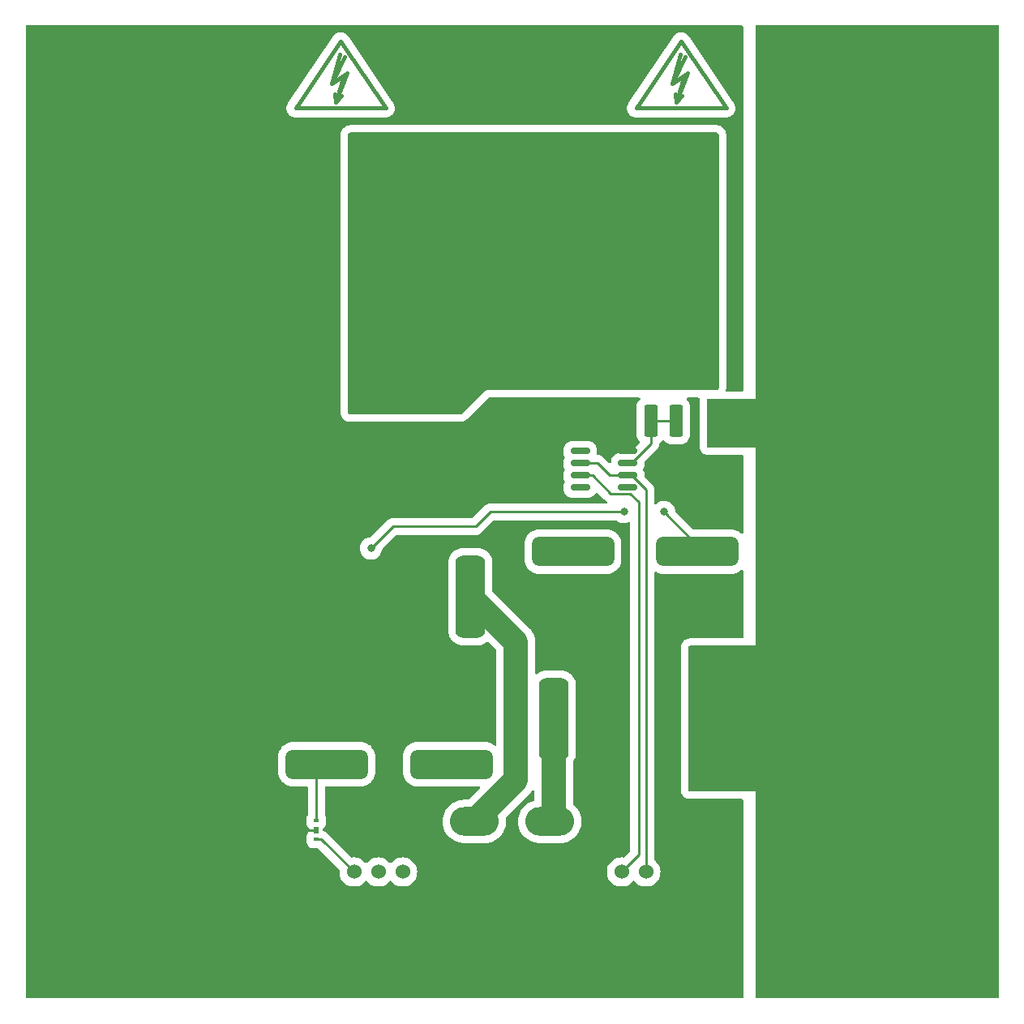
<source format=gbr>
%TF.GenerationSoftware,KiCad,Pcbnew,7.0.2*%
%TF.CreationDate,2024-03-28T22:10:04-05:00*%
%TF.ProjectId,Relay_board_hardware,52656c61-795f-4626-9f61-72645f686172,rev?*%
%TF.SameCoordinates,Original*%
%TF.FileFunction,Copper,L1,Top*%
%TF.FilePolarity,Positive*%
%FSLAX46Y46*%
G04 Gerber Fmt 4.6, Leading zero omitted, Abs format (unit mm)*
G04 Created by KiCad (PCBNEW 7.0.2) date 2024-03-28 22:10:04*
%MOMM*%
%LPD*%
G01*
G04 APERTURE LIST*
G04 Aperture macros list*
%AMRoundRect*
0 Rectangle with rounded corners*
0 $1 Rounding radius*
0 $2 $3 $4 $5 $6 $7 $8 $9 X,Y pos of 4 corners*
0 Add a 4 corners polygon primitive as box body*
4,1,4,$2,$3,$4,$5,$6,$7,$8,$9,$2,$3,0*
0 Add four circle primitives for the rounded corners*
1,1,$1+$1,$2,$3*
1,1,$1+$1,$4,$5*
1,1,$1+$1,$6,$7*
1,1,$1+$1,$8,$9*
0 Add four rect primitives between the rounded corners*
20,1,$1+$1,$2,$3,$4,$5,0*
20,1,$1+$1,$4,$5,$6,$7,0*
20,1,$1+$1,$6,$7,$8,$9,0*
20,1,$1+$1,$8,$9,$2,$3,0*%
G04 Aperture macros list end*
%TA.AperFunction,EtchedComponent*%
%ADD10C,0.381000*%
%TD*%
%TA.AperFunction,ComponentPad*%
%ADD11O,5.100000X3.000000*%
%TD*%
%TA.AperFunction,ComponentPad*%
%ADD12R,25.400000X50.800000*%
%TD*%
%TA.AperFunction,SMDPad,CuDef*%
%ADD13RoundRect,0.249999X0.450001X1.425001X-0.450001X1.425001X-0.450001X-1.425001X0.450001X-1.425001X0*%
%TD*%
%TA.AperFunction,ComponentPad*%
%ADD14RoundRect,0.775000X-3.525000X0.775000X-3.525000X-0.775000X3.525000X-0.775000X3.525000X0.775000X0*%
%TD*%
%TA.AperFunction,ComponentPad*%
%ADD15RoundRect,0.775000X0.775000X3.525000X-0.775000X3.525000X-0.775000X-3.525000X0.775000X-3.525000X0*%
%TD*%
%TA.AperFunction,ComponentPad*%
%ADD16RoundRect,0.775000X-0.775000X-3.525000X0.775000X-3.525000X0.775000X3.525000X-0.775000X3.525000X0*%
%TD*%
%TA.AperFunction,ComponentPad*%
%ADD17C,1.524000*%
%TD*%
%TA.AperFunction,SMDPad,CuDef*%
%ADD18R,0.500000X0.400000*%
%TD*%
%TA.AperFunction,SMDPad,CuDef*%
%ADD19R,0.500000X0.750000*%
%TD*%
%TA.AperFunction,SMDPad,CuDef*%
%ADD20R,0.500000X1.300000*%
%TD*%
%TA.AperFunction,SMDPad,CuDef*%
%ADD21RoundRect,0.150000X0.825000X0.150000X-0.825000X0.150000X-0.825000X-0.150000X0.825000X-0.150000X0*%
%TD*%
%TA.AperFunction,ComponentPad*%
%ADD22RoundRect,0.775000X3.525000X-0.775000X3.525000X0.775000X-3.525000X0.775000X-3.525000X-0.775000X0*%
%TD*%
%TA.AperFunction,ComponentPad*%
%ADD23R,25.400000X25.400000*%
%TD*%
%TA.AperFunction,ViaPad*%
%ADD24C,0.800000*%
%TD*%
%TA.AperFunction,Conductor*%
%ADD25C,0.254000*%
%TD*%
%TA.AperFunction,Conductor*%
%ADD26C,0.250000*%
%TD*%
%TA.AperFunction,Conductor*%
%ADD27C,2.540000*%
%TD*%
G04 APERTURE END LIST*
D10*
%TO.C,REF\u002A\u002A*%
X165354000Y-59436000D02*
X170053000Y-52451000D01*
X169153840Y-56842660D02*
X170352720Y-56042560D01*
X169153840Y-56842660D02*
X170454320Y-54041040D01*
X169555160Y-58841640D02*
X169453560Y-57942480D01*
X169555160Y-58841640D02*
X170154600Y-58143140D01*
X169555160Y-58841640D02*
X170754040Y-55742840D01*
X169953940Y-53842920D02*
X169153840Y-56842660D01*
X170053000Y-52451000D02*
X174752000Y-59436000D01*
X170352720Y-56042560D02*
X169555160Y-58841640D01*
X170754040Y-55742840D02*
X170154600Y-56141620D01*
X174752000Y-59436000D02*
X165354000Y-59436000D01*
X129794000Y-59436000D02*
X134493000Y-52451000D01*
X133593840Y-56842660D02*
X134792720Y-56042560D01*
X133593840Y-56842660D02*
X134894320Y-54041040D01*
X133995160Y-58841640D02*
X133893560Y-57942480D01*
X133995160Y-58841640D02*
X134594600Y-58143140D01*
X133995160Y-58841640D02*
X135194040Y-55742840D01*
X134393940Y-53842920D02*
X133593840Y-56842660D01*
X134493000Y-52451000D02*
X139192000Y-59436000D01*
X134792720Y-56042560D02*
X133995160Y-58841640D01*
X135194040Y-55742840D02*
X134594600Y-56141620D01*
X139192000Y-59436000D02*
X129794000Y-59436000D01*
%TD*%
D11*
%TO.P,Conn1,1,GND*%
%TO.N,/RLY_V-*%
X148463000Y-133922800D03*
%TO.P,Conn1,2,V+Log*%
%TO.N,/RLY_V+*%
X156337000Y-133922800D03*
%TD*%
D12*
%TO.P,V3,1,1*%
%TO.N,GND*%
X114300000Y-76200000D03*
%TD*%
D13*
%TO.P,R2,1*%
%TO.N,Net-(U1A-+)*%
X166880000Y-92075000D03*
%TO.P,R2,2*%
%TO.N,GND*%
X160780000Y-92075000D03*
%TD*%
D14*
%TO.P,K1,1*%
%TO.N,+12V*%
X158754000Y-105740000D03*
%TO.P,K1,2*%
%TO.N,Net-(IC1-DRAIN)*%
X171754000Y-105740000D03*
D15*
%TO.P,K1,3*%
%TO.N,VBUS*%
X173754000Y-123240000D03*
D16*
%TO.P,K1,4*%
%TO.N,/RLY_V+*%
X156754000Y-123240000D03*
%TD*%
D17*
%TO.P,Conn2,1*%
%TO.N,GND*%
X168910000Y-139192000D03*
%TO.P,Conn2,2*%
%TO.N,/V_SENSE_OUT*%
X166370000Y-139192000D03*
%TO.P,Conn2,3*%
%TO.N,+3V3*%
X163830000Y-139192000D03*
%TD*%
D18*
%TO.P,IC1,1,DRAIN*%
%TO.N,Net-(IC1-DRAIN)*%
X131953000Y-133863000D03*
D19*
%TO.P,IC1,2,N.C._1*%
%TO.N,GND*%
X131953000Y-134813000D03*
D18*
%TO.P,IC1,3,IN*%
%TO.N,RLY_IN*%
X131953000Y-135763000D03*
%TO.P,IC1,4,SOURCE*%
%TO.N,GND*%
X134353000Y-135763000D03*
D20*
%TO.P,IC1,5,N.C._2*%
X134353000Y-134313000D03*
%TD*%
D12*
%TO.P,V5,1,1*%
%TO.N,GND*%
X114300000Y-127000000D03*
%TD*%
%TO.P,V2,1,1*%
%TO.N,VBUS*%
X190500000Y-76200000D03*
%TD*%
D17*
%TO.P,Conn3,1*%
%TO.N,+12V*%
X140970000Y-139192000D03*
%TO.P,Conn3,2*%
%TO.N,DSCHG_IN*%
X138430000Y-139192000D03*
%TO.P,Conn3,3*%
%TO.N,RLY_IN*%
X135890000Y-139192000D03*
%TD*%
D21*
%TO.P,U1,1*%
%TO.N,N/C*%
X164465000Y-99060000D03*
%TO.P,U1,2,-*%
%TO.N,/V_SENSE_OUT*%
X164465000Y-97790000D03*
%TO.P,U1,3,+*%
%TO.N,Net-(U1A-+)*%
X164465000Y-96520000D03*
%TO.P,U1,4,V-*%
%TO.N,GND*%
X164465000Y-95250000D03*
%TO.P,U1,5*%
%TO.N,N/C*%
X159515000Y-95250000D03*
%TO.P,U1,6*%
%TO.N,/V_SENSE_OUT*%
X159515000Y-96520000D03*
%TO.P,U1,7,V+*%
%TO.N,+3V3*%
X159515000Y-97790000D03*
%TO.P,U1,8*%
%TO.N,N/C*%
X159515000Y-99060000D03*
%TD*%
D12*
%TO.P,V4,1,1*%
%TO.N,VBUS*%
X190500000Y-127000000D03*
%TD*%
D22*
%TO.P,K2,1*%
%TO.N,+12V*%
X146046000Y-127940000D03*
%TO.P,K2,2*%
%TO.N,Net-(IC1-DRAIN)*%
X133046000Y-127940000D03*
D16*
%TO.P,K2,3*%
%TO.N,GND*%
X131046000Y-110440000D03*
D15*
%TO.P,K2,4*%
%TO.N,/RLY_V-*%
X148046000Y-110440000D03*
%TD*%
D13*
%TO.P,R1,1*%
%TO.N,VBUS*%
X175645000Y-92075000D03*
%TO.P,R1,2*%
%TO.N,Net-(U1A-+)*%
X169545000Y-92075000D03*
%TD*%
D23*
%TO.P,V1,1,1*%
%TO.N,/PWRRES*%
X160655000Y-75565000D03*
%TD*%
D24*
%TO.N,GND*%
X155575000Y-99060000D03*
X168910000Y-127000000D03*
X168910000Y-130175000D03*
X168910000Y-99060000D03*
X135947000Y-136083000D03*
X129540000Y-135255000D03*
X134620000Y-97155000D03*
X168910000Y-97155000D03*
X128270000Y-97155000D03*
X134620000Y-99060000D03*
X168910000Y-123190000D03*
X164465000Y-93980000D03*
X162560000Y-92075000D03*
X168910000Y-119380000D03*
X175260000Y-97155000D03*
X149225000Y-99060000D03*
X149225000Y-97155000D03*
X155575000Y-97155000D03*
X135947000Y-134305000D03*
X175260000Y-99060000D03*
X168910000Y-116205000D03*
X128270000Y-99060000D03*
%TO.N,Net-(IC1-DRAIN)*%
X164084000Y-101600000D03*
X168275000Y-101600000D03*
X137668000Y-105410000D03*
%TO.N,VBUS*%
X176530000Y-123190000D03*
X176530000Y-127000000D03*
X176530000Y-130175000D03*
X176530000Y-116205000D03*
X176530000Y-119380000D03*
%TO.N,/PWRRES*%
X141478000Y-82931000D03*
X141478000Y-89281000D03*
X145288000Y-86106000D03*
X137668000Y-86106000D03*
X141478000Y-86106000D03*
X137668000Y-89281000D03*
X145288000Y-89281000D03*
X145288000Y-82931000D03*
X137668000Y-82931000D03*
%TD*%
D25*
%TO.N,GND*%
X135939000Y-134313000D02*
X135947000Y-134305000D01*
X131953000Y-134813000D02*
X129982000Y-134813000D01*
X134353000Y-135763000D02*
X135627000Y-135763000D01*
X129982000Y-134813000D02*
X129540000Y-135255000D01*
X134353000Y-134313000D02*
X135939000Y-134313000D01*
X135627000Y-135763000D02*
X135947000Y-136083000D01*
D26*
%TO.N,Net-(IC1-DRAIN)*%
X148590000Y-103124000D02*
X139954000Y-103124000D01*
X171754000Y-105740000D02*
X171754000Y-105079000D01*
X171754000Y-105079000D02*
X168275000Y-101600000D01*
X164084000Y-101600000D02*
X150114000Y-101600000D01*
X139954000Y-103124000D02*
X137668000Y-105410000D01*
X150114000Y-101600000D02*
X148590000Y-103124000D01*
D25*
X131953000Y-129033000D02*
X133046000Y-127940000D01*
X131953000Y-133863000D02*
X131953000Y-129033000D01*
D27*
%TO.N,/RLY_V+*%
X156754000Y-133505800D02*
X156337000Y-133922800D01*
X156754000Y-123240000D02*
X156754000Y-133505800D01*
%TO.N,/RLY_V-*%
X148046000Y-110440000D02*
X152781000Y-115175000D01*
X152781000Y-129604800D02*
X148463000Y-133922800D01*
X152781000Y-115175000D02*
X152781000Y-129604800D01*
D26*
%TO.N,Net-(U1A-+)*%
X169545000Y-92075000D02*
X167007000Y-92075000D01*
X164465000Y-96520000D02*
X164841751Y-96520000D01*
X166880000Y-94481751D02*
X166880000Y-92075000D01*
X167007000Y-93345000D02*
X167383751Y-93345000D01*
X164841751Y-96520000D02*
X166880000Y-94481751D01*
%TO.N,+3V3*%
X159515000Y-97790000D02*
X160782000Y-97790000D01*
X164709000Y-99685000D02*
X165608000Y-100584000D01*
X165608000Y-100584000D02*
X165608000Y-137414000D01*
X162677000Y-99685000D02*
X164709000Y-99685000D01*
X165608000Y-137414000D02*
X163830000Y-139192000D01*
X160782000Y-97790000D02*
X162677000Y-99685000D01*
%TO.N,/V_SENSE_OUT*%
X166370000Y-139192000D02*
X166370000Y-99318249D01*
X162560000Y-97790000D02*
X164465000Y-97790000D01*
X164841751Y-97790000D02*
X164465000Y-97790000D01*
X166370000Y-99318249D02*
X164841751Y-97790000D01*
X161290000Y-96520000D02*
X162560000Y-97790000D01*
X159515000Y-96520000D02*
X161290000Y-96520000D01*
D25*
%TO.N,RLY_IN*%
X132461000Y-135763000D02*
X135890000Y-139192000D01*
X131953000Y-135763000D02*
X132461000Y-135763000D01*
%TD*%
%TA.AperFunction,Conductor*%
%TO.N,VBUS*%
G36*
X180975000Y-94869000D02*
G01*
X172844000Y-94869000D01*
X172776961Y-94849315D01*
X172731206Y-94796511D01*
X172720000Y-94745000D01*
X172720000Y-89913000D01*
X172739685Y-89845961D01*
X172792489Y-89800206D01*
X172844000Y-89789000D01*
X177800000Y-89789000D01*
X180975000Y-89789000D01*
X180975000Y-94869000D01*
G37*
%TD.AperFunction*%
%TD*%
%TA.AperFunction,Conductor*%
%TO.N,GND*%
G36*
X127000000Y-152399500D02*
G01*
X102874877Y-152399500D01*
X102865147Y-152399118D01*
X102813083Y-152395020D01*
X102672427Y-152382714D01*
X102654293Y-152379760D01*
X102575590Y-152360866D01*
X102572442Y-152360067D01*
X102467205Y-152331868D01*
X102451848Y-152326655D01*
X102371531Y-152293388D01*
X102366577Y-152291208D01*
X102273224Y-152247676D01*
X102260852Y-152241028D01*
X102213554Y-152212044D01*
X102184845Y-152194451D01*
X102178513Y-152190299D01*
X102143624Y-152165869D01*
X102095839Y-152132410D01*
X102086442Y-152125135D01*
X102018023Y-152066699D01*
X102010874Y-152060090D01*
X101939908Y-151989124D01*
X101933299Y-151981975D01*
X101912545Y-151957675D01*
X101874860Y-151913551D01*
X101867594Y-151904166D01*
X101809694Y-151821477D01*
X101805547Y-151815153D01*
X101758963Y-151739135D01*
X101752329Y-151726788D01*
X101708770Y-151633376D01*
X101706622Y-151628496D01*
X101673343Y-151548150D01*
X101668130Y-151532793D01*
X101639910Y-151427476D01*
X101639153Y-151424494D01*
X101620236Y-151345698D01*
X101617285Y-151327579D01*
X101604986Y-151187001D01*
X101600880Y-151134833D01*
X101600500Y-151125131D01*
X101600500Y-52074871D01*
X101600882Y-52065144D01*
X101604986Y-52012999D01*
X101617286Y-51872412D01*
X101620238Y-51854293D01*
X101639158Y-51775486D01*
X101639901Y-51772558D01*
X101668133Y-51667196D01*
X101673343Y-51651848D01*
X101706637Y-51571469D01*
X101708754Y-51566656D01*
X101752336Y-51473196D01*
X101758954Y-51460878D01*
X101805572Y-51384806D01*
X101809673Y-51378552D01*
X101867608Y-51295812D01*
X101874843Y-51286468D01*
X101933323Y-51217996D01*
X101939883Y-51210900D01*
X102010900Y-51139883D01*
X102017996Y-51133323D01*
X102086468Y-51074843D01*
X102095812Y-51067608D01*
X102178552Y-51009673D01*
X102184806Y-51005572D01*
X102260878Y-50958954D01*
X102273196Y-50952336D01*
X102366656Y-50908754D01*
X102371469Y-50906637D01*
X102451853Y-50873341D01*
X102467196Y-50868133D01*
X102572559Y-50839901D01*
X102575469Y-50839162D01*
X102654305Y-50820235D01*
X102672416Y-50817286D01*
X102813078Y-50804979D01*
X102865167Y-50800880D01*
X102874868Y-50800500D01*
X127000000Y-50800500D01*
X127000000Y-152399500D01*
G37*
%TD.AperFunction*%
%TD*%
%TA.AperFunction,Conductor*%
%TO.N,GND*%
G36*
X176473039Y-50820185D02*
G01*
X176518794Y-50872989D01*
X176530000Y-50924500D01*
X176530000Y-88897500D01*
X176510315Y-88964539D01*
X176457511Y-89010294D01*
X176406000Y-89021500D01*
X174848703Y-89021500D01*
X174781664Y-89001815D01*
X174735909Y-88949011D01*
X174725965Y-88879853D01*
X174728001Y-88869496D01*
X174728226Y-88868755D01*
X174740367Y-88807723D01*
X174751421Y-88733214D01*
X174753804Y-88709021D01*
X174757500Y-88633787D01*
X174757500Y-62242212D01*
X174753804Y-62166978D01*
X174751421Y-62142785D01*
X174740367Y-62068276D01*
X174728226Y-62007244D01*
X174684552Y-61863273D01*
X174666038Y-61818577D01*
X174595121Y-61685901D01*
X174567468Y-61644514D01*
X174565536Y-61642160D01*
X174565531Y-61642153D01*
X174473949Y-61530559D01*
X174473948Y-61530558D01*
X174472013Y-61528200D01*
X174437800Y-61493987D01*
X174435452Y-61492060D01*
X174435449Y-61492057D01*
X174323844Y-61400465D01*
X174323842Y-61400463D01*
X174321497Y-61398539D01*
X174280110Y-61370885D01*
X174277416Y-61369445D01*
X174277411Y-61369442D01*
X174150093Y-61301390D01*
X174150087Y-61301387D01*
X174147412Y-61299957D01*
X174144624Y-61298802D01*
X174144611Y-61298796D01*
X174105522Y-61282606D01*
X174105520Y-61282605D01*
X174102714Y-61281443D01*
X174099814Y-61280563D01*
X174099802Y-61280559D01*
X173961654Y-61238653D01*
X173961645Y-61238650D01*
X173958745Y-61237771D01*
X173955774Y-61237180D01*
X173955758Y-61237176D01*
X173899214Y-61225929D01*
X173899199Y-61225926D01*
X173897714Y-61225631D01*
X173896231Y-61225411D01*
X173896208Y-61225407D01*
X173824710Y-61214801D01*
X173824691Y-61214798D01*
X173823217Y-61214580D01*
X173821721Y-61214432D01*
X173821716Y-61214432D01*
X173800541Y-61212346D01*
X173800527Y-61212345D01*
X173799025Y-61212197D01*
X173797523Y-61212123D01*
X173797507Y-61212122D01*
X173725301Y-61208574D01*
X173725287Y-61208573D01*
X173723788Y-61208500D01*
X135521212Y-61208500D01*
X135519713Y-61208573D01*
X135519698Y-61208574D01*
X135447489Y-61212122D01*
X135447470Y-61212123D01*
X135445972Y-61212197D01*
X135444469Y-61212344D01*
X135444456Y-61212346D01*
X135423281Y-61214432D01*
X135423271Y-61214433D01*
X135421781Y-61214580D01*
X135420311Y-61214797D01*
X135420287Y-61214801D01*
X135348777Y-61225409D01*
X135348766Y-61225410D01*
X135347289Y-61225630D01*
X135345839Y-61225918D01*
X135345801Y-61225925D01*
X135289248Y-61237175D01*
X135286257Y-61237770D01*
X135283346Y-61238652D01*
X135283342Y-61238654D01*
X135145215Y-61280552D01*
X135145197Y-61280558D01*
X135142294Y-61281439D01*
X135139486Y-61282601D01*
X135139472Y-61282607D01*
X135100412Y-61298785D01*
X135100394Y-61298793D01*
X135097597Y-61299952D01*
X135094914Y-61301386D01*
X135094912Y-61301387D01*
X134967586Y-61369442D01*
X134967575Y-61369448D01*
X134964895Y-61370881D01*
X134962374Y-61372564D01*
X134962358Y-61372575D01*
X134926031Y-61396848D01*
X134926026Y-61396852D01*
X134923503Y-61398538D01*
X134921163Y-61400458D01*
X134921150Y-61400468D01*
X134809550Y-61492057D01*
X134807196Y-61493989D01*
X134772989Y-61528196D01*
X134771064Y-61530541D01*
X134771060Y-61530546D01*
X134679467Y-61642152D01*
X134679458Y-61642163D01*
X134677536Y-61644506D01*
X134675861Y-61647011D01*
X134675846Y-61647033D01*
X134651574Y-61683360D01*
X134651564Y-61683376D01*
X134649880Y-61685897D01*
X134648447Y-61688577D01*
X134648441Y-61688588D01*
X134580388Y-61815910D01*
X134578957Y-61818588D01*
X134577798Y-61821384D01*
X134577798Y-61821387D01*
X134560443Y-61863286D01*
X134559563Y-61866185D01*
X134559559Y-61866198D01*
X134517654Y-62004342D01*
X134516770Y-62007257D01*
X134516176Y-62010242D01*
X134516174Y-62010251D01*
X134504925Y-62066801D01*
X134504918Y-62066839D01*
X134504630Y-62068289D01*
X134504410Y-62069766D01*
X134504409Y-62069777D01*
X134493801Y-62141287D01*
X134493797Y-62141311D01*
X134493580Y-62142781D01*
X134491197Y-62166972D01*
X134491123Y-62168470D01*
X134491122Y-62168489D01*
X134487574Y-62240698D01*
X134487500Y-62242212D01*
X134487500Y-91173787D01*
X134491197Y-91249027D01*
X134493580Y-91273218D01*
X134504630Y-91347710D01*
X134504919Y-91349166D01*
X134504925Y-91349197D01*
X134516174Y-91405747D01*
X134516770Y-91408742D01*
X134560443Y-91552713D01*
X134578957Y-91597411D01*
X134649880Y-91730102D01*
X134651569Y-91732631D01*
X134651574Y-91732638D01*
X134675844Y-91768962D01*
X134675852Y-91768973D01*
X134677534Y-91771490D01*
X134772987Y-91887800D01*
X134807200Y-91922013D01*
X134809558Y-91923948D01*
X134809559Y-91923949D01*
X134921153Y-92015531D01*
X134921160Y-92015536D01*
X134923514Y-92017468D01*
X134964901Y-92045121D01*
X135097577Y-92116038D01*
X135142273Y-92134552D01*
X135286248Y-92178227D01*
X135347282Y-92190368D01*
X135421781Y-92201420D01*
X135445972Y-92203803D01*
X135521212Y-92207500D01*
X135522736Y-92207500D01*
X146947054Y-92207500D01*
X146948578Y-92207500D01*
X147023815Y-92203803D01*
X147048007Y-92201420D01*
X147122509Y-92190368D01*
X147183538Y-92178228D01*
X147327509Y-92134554D01*
X147372208Y-92116039D01*
X147504899Y-92045114D01*
X147556644Y-92010539D01*
X147617148Y-91965666D01*
X147635938Y-91950245D01*
X147691737Y-91899670D01*
X149887588Y-89703818D01*
X149948911Y-89670334D01*
X149975269Y-89667500D01*
X165684610Y-89667500D01*
X165751649Y-89687185D01*
X165797404Y-89739989D01*
X165807348Y-89809147D01*
X165778323Y-89872703D01*
X165763279Y-89887348D01*
X165727639Y-89916598D01*
X165710590Y-89930590D01*
X165584065Y-90084760D01*
X165490044Y-90260662D01*
X165432150Y-90451512D01*
X165417798Y-90597223D01*
X165417797Y-90597241D01*
X165417500Y-90600258D01*
X165417500Y-93549742D01*
X165417797Y-93552759D01*
X165417798Y-93552776D01*
X165432150Y-93698486D01*
X165490046Y-93889342D01*
X165584063Y-94065237D01*
X165584065Y-94065239D01*
X165718337Y-94228850D01*
X165715016Y-94231575D01*
X165741168Y-94269934D01*
X165743067Y-94339777D01*
X165710865Y-94395770D01*
X164685454Y-95421181D01*
X164624131Y-95454666D01*
X164597773Y-95457500D01*
X163578559Y-95457500D01*
X163578533Y-95457500D01*
X163576138Y-95457501D01*
X163573747Y-95457689D01*
X163573725Y-95457690D01*
X163502878Y-95463265D01*
X163496467Y-95463770D01*
X163464144Y-95472431D01*
X163311187Y-95513415D01*
X163140279Y-95600498D01*
X162991211Y-95721211D01*
X162870498Y-95870279D01*
X162783415Y-96041187D01*
X162733770Y-96226467D01*
X162727691Y-96303702D01*
X162727690Y-96303718D01*
X162727500Y-96306137D01*
X162727500Y-96308581D01*
X162727500Y-96308582D01*
X162727500Y-96403024D01*
X162707815Y-96470063D01*
X162655011Y-96515818D01*
X162585853Y-96525762D01*
X162522297Y-96496737D01*
X162515819Y-96490705D01*
X161973853Y-95948739D01*
X161961216Y-95933943D01*
X161953175Y-95922875D01*
X161903522Y-95878168D01*
X161898813Y-95873699D01*
X161886971Y-95861857D01*
X161884666Y-95859552D01*
X161869102Y-95846948D01*
X161864176Y-95842740D01*
X161814533Y-95798041D01*
X161802683Y-95791199D01*
X161786658Y-95780185D01*
X161776033Y-95771581D01*
X161754272Y-95760493D01*
X161716489Y-95741242D01*
X161710826Y-95738166D01*
X161681458Y-95721211D01*
X161652970Y-95704763D01*
X161652967Y-95704762D01*
X161639955Y-95700533D01*
X161621991Y-95693092D01*
X161609805Y-95686883D01*
X161545275Y-95669592D01*
X161539051Y-95667748D01*
X161475537Y-95647111D01*
X161461940Y-95645682D01*
X161442815Y-95642138D01*
X161429601Y-95638597D01*
X161366646Y-95635298D01*
X161300729Y-95612131D01*
X161257801Y-95557005D01*
X161249519Y-95501739D01*
X161252500Y-95463863D01*
X161252499Y-95036138D01*
X161246230Y-94956467D01*
X161196584Y-94771188D01*
X161196584Y-94771187D01*
X161126965Y-94634553D01*
X161109502Y-94600280D01*
X160988789Y-94451211D01*
X160839720Y-94330498D01*
X160777961Y-94299030D01*
X160668812Y-94243415D01*
X160522686Y-94204261D01*
X160483533Y-94193770D01*
X160473938Y-94193014D01*
X160406297Y-94187691D01*
X160406282Y-94187690D01*
X160403863Y-94187500D01*
X160401417Y-94187500D01*
X158628559Y-94187500D01*
X158628533Y-94187500D01*
X158626138Y-94187501D01*
X158623747Y-94187689D01*
X158623725Y-94187690D01*
X158552878Y-94193265D01*
X158546467Y-94193770D01*
X158514144Y-94202431D01*
X158361187Y-94243415D01*
X158190279Y-94330498D01*
X158041211Y-94451211D01*
X157920498Y-94600279D01*
X157833415Y-94771187D01*
X157783770Y-94956467D01*
X157777691Y-95033702D01*
X157777690Y-95033718D01*
X157777500Y-95036137D01*
X157777500Y-95038581D01*
X157777500Y-95038582D01*
X157777500Y-95461440D01*
X157777500Y-95461465D01*
X157777501Y-95463862D01*
X157777689Y-95466253D01*
X157777690Y-95466274D01*
X157779135Y-95484630D01*
X157783770Y-95543533D01*
X157799034Y-95600498D01*
X157833416Y-95728814D01*
X157884313Y-95828705D01*
X157897209Y-95897374D01*
X157884313Y-95941293D01*
X157833416Y-96041185D01*
X157783770Y-96226467D01*
X157777691Y-96303702D01*
X157777690Y-96303718D01*
X157777500Y-96306137D01*
X157777500Y-96308581D01*
X157777500Y-96308582D01*
X157777500Y-96731440D01*
X157777500Y-96731465D01*
X157777501Y-96733862D01*
X157777689Y-96736253D01*
X157777690Y-96736274D01*
X157782760Y-96800709D01*
X157783770Y-96813533D01*
X157808592Y-96906172D01*
X157833416Y-96998814D01*
X157884313Y-97098705D01*
X157897209Y-97167374D01*
X157884313Y-97211293D01*
X157833416Y-97311185D01*
X157783770Y-97496467D01*
X157777691Y-97573702D01*
X157777690Y-97573718D01*
X157777500Y-97576137D01*
X157777500Y-97578581D01*
X157777500Y-97578582D01*
X157777500Y-98001440D01*
X157777500Y-98001465D01*
X157777501Y-98003862D01*
X157777689Y-98006253D01*
X157777690Y-98006274D01*
X157782760Y-98070709D01*
X157783770Y-98083533D01*
X157801092Y-98148178D01*
X157833415Y-98268812D01*
X157884313Y-98368704D01*
X157897209Y-98437373D01*
X157884313Y-98481293D01*
X157833416Y-98581185D01*
X157783770Y-98766467D01*
X157777691Y-98843702D01*
X157777690Y-98843718D01*
X157777500Y-98846137D01*
X157777500Y-98848581D01*
X157777500Y-98848582D01*
X157777500Y-99271440D01*
X157777500Y-99271465D01*
X157777501Y-99273862D01*
X157777689Y-99276253D01*
X157777690Y-99276274D01*
X157782760Y-99340709D01*
X157783770Y-99353533D01*
X157793032Y-99388097D01*
X157833415Y-99538812D01*
X157884195Y-99638472D01*
X157920498Y-99709720D01*
X158041211Y-99858789D01*
X158190280Y-99979502D01*
X158274104Y-100022212D01*
X158361187Y-100066584D01*
X158400341Y-100077075D01*
X158546467Y-100116230D01*
X158626137Y-100122500D01*
X160403862Y-100122499D01*
X160483533Y-100116230D01*
X160668812Y-100066584D01*
X160839720Y-99979502D01*
X160988789Y-99858789D01*
X161109502Y-99709720D01*
X161145805Y-99638470D01*
X161193778Y-99587676D01*
X161261599Y-99570880D01*
X161327734Y-99593417D01*
X161343970Y-99607085D01*
X161993149Y-100256264D01*
X162005785Y-100271058D01*
X162013826Y-100282125D01*
X162063466Y-100326821D01*
X162068175Y-100331290D01*
X162082334Y-100345449D01*
X162084846Y-100347483D01*
X162097900Y-100358054D01*
X162102833Y-100362268D01*
X162152467Y-100406958D01*
X162158590Y-100410493D01*
X162164310Y-100413796D01*
X162180341Y-100424813D01*
X162190970Y-100433420D01*
X162250501Y-100463752D01*
X162256162Y-100466826D01*
X162280910Y-100481114D01*
X162329124Y-100531683D01*
X162342345Y-100600290D01*
X162316376Y-100665154D01*
X162259461Y-100705681D01*
X162218907Y-100712500D01*
X150193606Y-100712500D01*
X150174208Y-100710973D01*
X150160703Y-100708834D01*
X150093997Y-100712330D01*
X150087507Y-100712500D01*
X150067485Y-100712500D01*
X150064279Y-100712836D01*
X150064258Y-100712838D01*
X150047567Y-100714593D01*
X150041098Y-100715102D01*
X149974396Y-100718598D01*
X149961183Y-100722138D01*
X149942060Y-100725682D01*
X149928464Y-100727111D01*
X149864927Y-100747755D01*
X149858707Y-100749597D01*
X149794194Y-100766884D01*
X149782010Y-100773092D01*
X149764046Y-100780533D01*
X149751030Y-100784762D01*
X149693180Y-100818161D01*
X149687479Y-100821257D01*
X149627968Y-100851580D01*
X149617338Y-100860188D01*
X149601311Y-100871203D01*
X149589465Y-100878042D01*
X149539822Y-100922740D01*
X149534897Y-100926947D01*
X149521843Y-100937519D01*
X149519333Y-100939552D01*
X149517064Y-100941820D01*
X149517036Y-100941846D01*
X149505162Y-100953721D01*
X149500457Y-100958186D01*
X149450823Y-101002877D01*
X149442781Y-101013945D01*
X149430150Y-101028733D01*
X148258705Y-102200181D01*
X148197382Y-102233666D01*
X148171024Y-102236500D01*
X140033607Y-102236500D01*
X140014209Y-102234973D01*
X140000704Y-102232834D01*
X139933998Y-102236330D01*
X139927508Y-102236500D01*
X139907485Y-102236500D01*
X139904279Y-102236836D01*
X139904258Y-102236838D01*
X139887567Y-102238593D01*
X139881098Y-102239102D01*
X139814398Y-102242597D01*
X139801184Y-102246138D01*
X139782066Y-102249681D01*
X139768462Y-102251111D01*
X139704952Y-102271747D01*
X139698729Y-102273590D01*
X139634196Y-102290882D01*
X139622003Y-102297094D01*
X139604043Y-102304533D01*
X139591034Y-102308760D01*
X139533178Y-102342163D01*
X139527476Y-102345259D01*
X139467967Y-102375580D01*
X139457336Y-102384189D01*
X139441317Y-102395199D01*
X139429468Y-102402041D01*
X139379822Y-102446740D01*
X139374898Y-102450945D01*
X139361862Y-102461502D01*
X139361832Y-102461528D01*
X139359334Y-102463552D01*
X139357053Y-102465832D01*
X139357035Y-102465849D01*
X139345172Y-102477712D01*
X139340467Y-102482177D01*
X139290825Y-102526875D01*
X139282778Y-102537950D01*
X139270147Y-102552737D01*
X137606011Y-104216874D01*
X137544688Y-104250359D01*
X137541116Y-104251082D01*
X137348503Y-104287088D01*
X137147608Y-104364915D01*
X136964433Y-104478332D01*
X136805222Y-104623472D01*
X136675385Y-104795403D01*
X136579356Y-104988257D01*
X136520398Y-105195473D01*
X136500520Y-105409999D01*
X136520398Y-105624526D01*
X136579356Y-105831742D01*
X136675385Y-106024596D01*
X136805222Y-106196527D01*
X136964433Y-106341667D01*
X136964435Y-106341668D01*
X136964436Y-106341669D01*
X137147609Y-106455085D01*
X137348504Y-106532912D01*
X137560279Y-106572500D01*
X137560281Y-106572500D01*
X137775719Y-106572500D01*
X137775721Y-106572500D01*
X137987496Y-106532912D01*
X138188391Y-106455085D01*
X138371564Y-106341669D01*
X138530778Y-106196526D01*
X138660612Y-106024599D01*
X138660612Y-106024597D01*
X138660614Y-106024596D01*
X138756643Y-105831742D01*
X138815600Y-105624526D01*
X138815601Y-105624524D01*
X138822398Y-105551164D01*
X138848183Y-105486228D01*
X138858180Y-105474932D01*
X140285294Y-104047819D01*
X140346618Y-104014334D01*
X140372976Y-104011500D01*
X148510393Y-104011500D01*
X148529789Y-104013026D01*
X148543296Y-104015166D01*
X148610002Y-104011669D01*
X148616492Y-104011500D01*
X148633263Y-104011500D01*
X148636515Y-104011500D01*
X148656425Y-104009406D01*
X148662896Y-104008897D01*
X148729601Y-104005402D01*
X148742814Y-104001861D01*
X148761941Y-103998317D01*
X148765694Y-103997922D01*
X148775538Y-103996888D01*
X148839089Y-103976238D01*
X148845239Y-103974416D01*
X148909804Y-103957117D01*
X148921987Y-103950908D01*
X148939954Y-103943465D01*
X148952967Y-103939238D01*
X149010833Y-103905828D01*
X149016503Y-103902749D01*
X149076030Y-103872420D01*
X149086657Y-103863813D01*
X149102680Y-103852800D01*
X149114533Y-103845958D01*
X149164191Y-103801245D01*
X149169089Y-103797061D01*
X149184666Y-103784448D01*
X149198819Y-103770293D01*
X149203510Y-103765841D01*
X149253174Y-103721125D01*
X149261216Y-103710054D01*
X149273847Y-103695265D01*
X150445295Y-102523819D01*
X150506619Y-102490334D01*
X150532977Y-102487500D01*
X163283947Y-102487500D01*
X163350986Y-102507185D01*
X163367485Y-102519863D01*
X163380433Y-102531667D01*
X163380435Y-102531668D01*
X163380436Y-102531669D01*
X163563609Y-102645085D01*
X163764504Y-102722912D01*
X163976279Y-102762500D01*
X163976281Y-102762500D01*
X164191719Y-102762500D01*
X164191721Y-102762500D01*
X164403496Y-102722912D01*
X164551706Y-102665494D01*
X164621329Y-102659632D01*
X164683069Y-102692342D01*
X164717324Y-102753238D01*
X164720500Y-102781121D01*
X164720500Y-136995023D01*
X164700815Y-137062062D01*
X164684181Y-137082704D01*
X164124522Y-137642362D01*
X164063199Y-137675847D01*
X164027113Y-137678299D01*
X164024495Y-137678093D01*
X163830000Y-137662786D01*
X163590776Y-137681613D01*
X163357446Y-137737630D01*
X163135749Y-137829461D01*
X162931148Y-137954841D01*
X162748681Y-138110681D01*
X162592841Y-138293148D01*
X162467461Y-138497749D01*
X162375630Y-138719446D01*
X162319613Y-138952776D01*
X162300786Y-139192000D01*
X162319613Y-139431223D01*
X162375630Y-139664553D01*
X162433538Y-139804355D01*
X162467460Y-139886249D01*
X162467461Y-139886250D01*
X162592841Y-140090851D01*
X162748681Y-140273318D01*
X162931148Y-140429158D01*
X162931150Y-140429159D01*
X162931151Y-140429160D01*
X163135751Y-140554540D01*
X163299538Y-140622382D01*
X163357446Y-140646369D01*
X163431161Y-140664066D01*
X163590778Y-140702387D01*
X163830000Y-140721214D01*
X164069222Y-140702387D01*
X164302553Y-140646369D01*
X164524249Y-140554540D01*
X164728849Y-140429160D01*
X164911318Y-140273318D01*
X165005711Y-140162796D01*
X165064216Y-140124605D01*
X165134084Y-140124105D01*
X165193130Y-140161459D01*
X165194208Y-140162702D01*
X165288682Y-140273318D01*
X165288685Y-140273321D01*
X165471148Y-140429158D01*
X165471150Y-140429159D01*
X165471151Y-140429160D01*
X165675751Y-140554540D01*
X165839538Y-140622382D01*
X165897446Y-140646369D01*
X165971161Y-140664066D01*
X166130778Y-140702387D01*
X166370000Y-140721214D01*
X166609222Y-140702387D01*
X166842553Y-140646369D01*
X167064249Y-140554540D01*
X167268849Y-140429160D01*
X167451318Y-140273318D01*
X167607160Y-140090849D01*
X167732540Y-139886249D01*
X167824369Y-139664553D01*
X167880387Y-139431222D01*
X167899214Y-139192000D01*
X167880387Y-138952778D01*
X167824369Y-138719447D01*
X167732540Y-138497751D01*
X167607160Y-138293151D01*
X167607159Y-138293150D01*
X167607158Y-138293148D01*
X167451320Y-138110684D01*
X167451316Y-138110681D01*
X167417293Y-138081622D01*
X167300968Y-137982271D01*
X167262775Y-137923764D01*
X167257500Y-137887981D01*
X167257500Y-107944169D01*
X167277185Y-107877130D01*
X167329989Y-107831375D01*
X167399147Y-107821431D01*
X167445649Y-107838052D01*
X167480660Y-107859217D01*
X167539811Y-107894976D01*
X167770101Y-107987658D01*
X167770101Y-107987659D01*
X168012275Y-108042201D01*
X168158151Y-108052500D01*
X175349848Y-108052499D01*
X175495725Y-108042201D01*
X175737899Y-107987659D01*
X175968188Y-107894976D01*
X176180626Y-107766552D01*
X176325659Y-107643186D01*
X176389477Y-107614745D01*
X176458542Y-107625321D01*
X176510925Y-107671557D01*
X176530000Y-107737639D01*
X176530000Y-114678500D01*
X176510315Y-114745539D01*
X176457511Y-114791294D01*
X176406000Y-114802500D01*
X170939000Y-114802500D01*
X170935706Y-114802854D01*
X170935690Y-114802855D01*
X170779160Y-114819685D01*
X170779157Y-114819685D01*
X170775850Y-114820041D01*
X170772615Y-114820744D01*
X170772601Y-114820747D01*
X170724339Y-114831247D01*
X170702701Y-114836344D01*
X170702688Y-114836347D01*
X170698664Y-114837296D01*
X170694804Y-114838770D01*
X170694790Y-114838775D01*
X170532198Y-114900893D01*
X170412955Y-114982061D01*
X170384883Y-115001169D01*
X170382165Y-115003524D01*
X170382160Y-115003528D01*
X170333317Y-115045850D01*
X170333290Y-115045874D01*
X170332079Y-115046924D01*
X170330921Y-115048039D01*
X170330911Y-115048049D01*
X170273652Y-115103226D01*
X170167991Y-115246729D01*
X170099691Y-115407392D01*
X170099680Y-115407420D01*
X170098276Y-115410725D01*
X170097264Y-115414169D01*
X170097259Y-115414185D01*
X170078591Y-115477764D01*
X170078162Y-115479342D01*
X170068190Y-115516985D01*
X170068188Y-115517001D01*
X170068188Y-115517002D01*
X170047500Y-115694000D01*
X170047500Y-130686000D01*
X170047854Y-130689294D01*
X170047855Y-130689309D01*
X170064685Y-130845839D01*
X170065041Y-130849150D01*
X170065745Y-130852387D01*
X170065747Y-130852398D01*
X170076247Y-130900661D01*
X170081344Y-130922298D01*
X170081346Y-130922307D01*
X170082296Y-130926336D01*
X170083772Y-130930199D01*
X170083775Y-130930209D01*
X170145893Y-131092801D01*
X170187859Y-131154453D01*
X170246169Y-131240117D01*
X170291924Y-131292921D01*
X170348226Y-131351348D01*
X170491726Y-131457007D01*
X170530044Y-131473296D01*
X170652392Y-131525308D01*
X170652405Y-131525312D01*
X170655725Y-131526724D01*
X170659184Y-131527739D01*
X170659185Y-131527740D01*
X170722764Y-131546409D01*
X170724342Y-131546838D01*
X170761985Y-131556809D01*
X170761995Y-131556810D01*
X170762002Y-131556812D01*
X170939000Y-131577500D01*
X170942599Y-131577500D01*
X176406000Y-131577500D01*
X176473039Y-131597185D01*
X176518794Y-131649989D01*
X176530000Y-131701500D01*
X176530000Y-152275500D01*
X176510315Y-152342539D01*
X176457511Y-152388294D01*
X176406000Y-152399500D01*
X127000000Y-152399500D01*
X127000000Y-128783687D01*
X127983500Y-128783687D01*
X127983501Y-128785848D01*
X127983654Y-128788026D01*
X127983655Y-128788032D01*
X127993799Y-128931724D01*
X128048340Y-129173898D01*
X128141023Y-129404186D01*
X128141024Y-129404188D01*
X128269448Y-129616626D01*
X128343374Y-129703536D01*
X128430285Y-129805714D01*
X128517196Y-129879640D01*
X128619374Y-129966552D01*
X128831812Y-130094976D01*
X129062101Y-130187659D01*
X129304275Y-130242201D01*
X129450151Y-130252500D01*
X130939500Y-130252499D01*
X131006539Y-130272184D01*
X131052294Y-130324987D01*
X131063500Y-130376499D01*
X131063500Y-133212175D01*
X131045039Y-133277271D01*
X131007236Y-133338559D01*
X130951168Y-133507758D01*
X130940819Y-133609058D01*
X130940818Y-133609075D01*
X130940500Y-133612189D01*
X130940500Y-133615335D01*
X130940500Y-133615336D01*
X130940500Y-134110660D01*
X130940500Y-134110679D01*
X130940501Y-134113810D01*
X130940821Y-134116941D01*
X130940821Y-134116943D01*
X130951168Y-134218240D01*
X131007236Y-134387440D01*
X131100811Y-134539150D01*
X131226849Y-134665188D01*
X131226851Y-134665189D01*
X131295385Y-134707461D01*
X131342109Y-134759407D01*
X131353332Y-134828370D01*
X131325489Y-134892452D01*
X131295386Y-134918537D01*
X131226849Y-134960811D01*
X131100811Y-135086849D01*
X131007236Y-135238559D01*
X130951168Y-135407758D01*
X130940819Y-135509058D01*
X130940818Y-135509075D01*
X130940500Y-135512189D01*
X130940500Y-135515335D01*
X130940500Y-135515336D01*
X130940500Y-136010660D01*
X130940500Y-136010679D01*
X130940501Y-136013810D01*
X130940820Y-136016942D01*
X130940821Y-136016943D01*
X130951168Y-136118240D01*
X131007236Y-136287440D01*
X131100811Y-136439150D01*
X131226849Y-136565188D01*
X131226851Y-136565189D01*
X131378560Y-136658764D01*
X131491691Y-136696251D01*
X131547758Y-136714831D01*
X131593495Y-136719503D01*
X131652189Y-136725500D01*
X132114194Y-136725499D01*
X132181233Y-136745183D01*
X132201875Y-136761818D01*
X134340156Y-138900099D01*
X134373641Y-138961422D01*
X134376093Y-138997509D01*
X134360786Y-139191999D01*
X134379613Y-139431223D01*
X134435630Y-139664553D01*
X134493538Y-139804355D01*
X134527460Y-139886249D01*
X134527461Y-139886250D01*
X134652841Y-140090851D01*
X134808681Y-140273318D01*
X134991148Y-140429158D01*
X134991150Y-140429159D01*
X134991151Y-140429160D01*
X135195751Y-140554540D01*
X135359538Y-140622382D01*
X135417446Y-140646369D01*
X135491161Y-140664066D01*
X135650778Y-140702387D01*
X135890000Y-140721214D01*
X136129222Y-140702387D01*
X136362553Y-140646369D01*
X136584249Y-140554540D01*
X136788849Y-140429160D01*
X136971318Y-140273318D01*
X137065711Y-140162796D01*
X137124216Y-140124605D01*
X137194084Y-140124105D01*
X137253130Y-140161459D01*
X137254208Y-140162702D01*
X137348682Y-140273318D01*
X137348685Y-140273321D01*
X137531148Y-140429158D01*
X137531150Y-140429159D01*
X137531151Y-140429160D01*
X137735751Y-140554540D01*
X137899538Y-140622382D01*
X137957446Y-140646369D01*
X138031161Y-140664066D01*
X138190778Y-140702387D01*
X138430000Y-140721214D01*
X138669222Y-140702387D01*
X138902553Y-140646369D01*
X139124249Y-140554540D01*
X139328849Y-140429160D01*
X139511318Y-140273318D01*
X139605713Y-140162794D01*
X139664214Y-140124605D01*
X139734082Y-140124105D01*
X139793129Y-140161458D01*
X139794289Y-140162798D01*
X139888681Y-140273318D01*
X140071148Y-140429158D01*
X140071150Y-140429159D01*
X140071151Y-140429160D01*
X140275751Y-140554540D01*
X140439538Y-140622382D01*
X140497446Y-140646369D01*
X140571161Y-140664066D01*
X140730778Y-140702387D01*
X140970000Y-140721214D01*
X141209222Y-140702387D01*
X141442553Y-140646369D01*
X141664249Y-140554540D01*
X141868849Y-140429160D01*
X142051318Y-140273318D01*
X142207160Y-140090849D01*
X142332540Y-139886249D01*
X142424369Y-139664553D01*
X142480387Y-139431222D01*
X142499214Y-139192000D01*
X142480387Y-138952778D01*
X142424369Y-138719447D01*
X142332540Y-138497751D01*
X142207160Y-138293151D01*
X142207159Y-138293150D01*
X142207158Y-138293148D01*
X142051318Y-138110681D01*
X141868851Y-137954841D01*
X141759746Y-137887981D01*
X141664249Y-137829460D01*
X141582355Y-137795538D01*
X141442553Y-137737630D01*
X141209223Y-137681613D01*
X141089610Y-137672199D01*
X140970000Y-137662786D01*
X140969999Y-137662786D01*
X140730776Y-137681613D01*
X140497446Y-137737630D01*
X140275749Y-137829461D01*
X140071148Y-137954841D01*
X139888684Y-138110679D01*
X139794289Y-138221202D01*
X139735782Y-138259395D01*
X139665914Y-138259893D01*
X139606868Y-138222539D01*
X139605801Y-138221308D01*
X139511318Y-138110682D01*
X139511315Y-138110680D01*
X139511314Y-138110678D01*
X139328851Y-137954841D01*
X139219746Y-137887981D01*
X139124249Y-137829460D01*
X139042355Y-137795538D01*
X138902553Y-137737630D01*
X138669223Y-137681613D01*
X138549610Y-137672199D01*
X138430000Y-137662786D01*
X138429999Y-137662786D01*
X138190776Y-137681613D01*
X137957446Y-137737630D01*
X137735749Y-137829461D01*
X137531148Y-137954841D01*
X137348681Y-138110681D01*
X137254290Y-138221201D01*
X137195784Y-138259395D01*
X137125916Y-138259894D01*
X137066869Y-138222540D01*
X137065710Y-138221201D01*
X136971318Y-138110681D01*
X136788851Y-137954841D01*
X136679746Y-137887981D01*
X136584249Y-137829460D01*
X136502355Y-137795538D01*
X136362553Y-137737630D01*
X136129223Y-137681613D01*
X136009610Y-137672199D01*
X135890000Y-137662786D01*
X135889999Y-137662786D01*
X135856070Y-137665456D01*
X135695507Y-137678092D01*
X135627131Y-137663729D01*
X135598099Y-137642156D01*
X133146375Y-135190432D01*
X133133739Y-135175637D01*
X133125669Y-135164530D01*
X133101686Y-135142936D01*
X133075906Y-135119723D01*
X133071197Y-135115254D01*
X133059311Y-135103368D01*
X133057006Y-135101063D01*
X133041389Y-135088416D01*
X133036480Y-135084223D01*
X132986715Y-135039415D01*
X132986714Y-135039414D01*
X132974826Y-135032551D01*
X132958787Y-135021527D01*
X132948124Y-135012892D01*
X132888474Y-134982499D01*
X132882769Y-134979401D01*
X132824788Y-134945926D01*
X132811724Y-134941681D01*
X132793751Y-134934236D01*
X132781520Y-134928004D01*
X132716839Y-134910672D01*
X132710617Y-134908829D01*
X132686127Y-134900872D01*
X132628451Y-134861436D01*
X132601252Y-134797077D01*
X132613166Y-134728231D01*
X132659347Y-134677402D01*
X132679149Y-134665189D01*
X132805189Y-134539149D01*
X132898764Y-134387440D01*
X132954831Y-134218241D01*
X132965500Y-134113811D01*
X132965499Y-133612190D01*
X132954831Y-133507759D01*
X132898764Y-133338560D01*
X132860961Y-133277271D01*
X132842500Y-133212175D01*
X132842500Y-130376499D01*
X132862185Y-130309460D01*
X132914989Y-130263705D01*
X132966500Y-130252499D01*
X136639660Y-130252499D01*
X136641848Y-130252499D01*
X136787725Y-130242201D01*
X137029899Y-130187659D01*
X137260188Y-130094976D01*
X137472626Y-129966552D01*
X137661714Y-129805714D01*
X137822552Y-129616626D01*
X137950976Y-129404188D01*
X138043659Y-129173899D01*
X138098201Y-128931725D01*
X138108500Y-128785849D01*
X138108500Y-128783687D01*
X140983500Y-128783687D01*
X140983501Y-128785848D01*
X140983654Y-128788026D01*
X140983655Y-128788032D01*
X140993799Y-128931724D01*
X141048340Y-129173898D01*
X141141023Y-129404186D01*
X141141024Y-129404188D01*
X141269448Y-129616626D01*
X141343374Y-129703536D01*
X141430285Y-129805714D01*
X141517196Y-129879640D01*
X141619374Y-129966552D01*
X141831812Y-130094976D01*
X142062101Y-130187659D01*
X142304275Y-130242201D01*
X142450151Y-130252500D01*
X148959549Y-130252499D01*
X149026588Y-130272184D01*
X149072343Y-130324988D01*
X149082287Y-130394146D01*
X149053262Y-130457702D01*
X149047230Y-130464180D01*
X147887430Y-131623981D01*
X147826107Y-131657466D01*
X147799749Y-131660300D01*
X147337351Y-131660300D01*
X147335277Y-131660438D01*
X147335272Y-131660439D01*
X147114895Y-131675191D01*
X147114889Y-131675191D01*
X147110763Y-131675468D01*
X147106706Y-131676292D01*
X147106703Y-131676293D01*
X146817988Y-131734977D01*
X146817985Y-131734977D01*
X146813920Y-131735804D01*
X146810006Y-131737163D01*
X146809999Y-131737165D01*
X146531679Y-131833808D01*
X146531671Y-131833811D01*
X146527767Y-131835167D01*
X146524070Y-131837034D01*
X146524068Y-131837036D01*
X146261113Y-131969913D01*
X146261103Y-131969918D01*
X146257412Y-131971784D01*
X146254001Y-131974125D01*
X146253995Y-131974129D01*
X146011094Y-132140870D01*
X146011080Y-132140880D01*
X146007677Y-132143217D01*
X146004612Y-132145988D01*
X146004602Y-132145997D01*
X145786095Y-132343626D01*
X145786089Y-132343631D01*
X145783021Y-132346407D01*
X145780352Y-132349562D01*
X145780345Y-132349571D01*
X145590127Y-132574562D01*
X145590121Y-132574569D01*
X145587452Y-132577727D01*
X145585229Y-132581208D01*
X145585221Y-132581220D01*
X145426686Y-132829562D01*
X145426682Y-132829569D01*
X145424460Y-132833050D01*
X145422720Y-132836799D01*
X145422717Y-132836805D01*
X145298698Y-133104058D01*
X145298694Y-133104067D01*
X145296953Y-133107820D01*
X145295727Y-133111770D01*
X145295725Y-133111777D01*
X145208434Y-133393177D01*
X145207207Y-133397133D01*
X145206518Y-133401211D01*
X145206518Y-133401216D01*
X145170401Y-133615339D01*
X145156824Y-133695827D01*
X145156686Y-133699950D01*
X145156685Y-133699962D01*
X145146840Y-133994423D01*
X145146840Y-133994433D01*
X145146702Y-133998571D01*
X145147116Y-134002692D01*
X145147117Y-134002703D01*
X145176607Y-134295829D01*
X145177023Y-134299962D01*
X145177983Y-134303990D01*
X145177985Y-134304002D01*
X145234024Y-134539150D01*
X145247244Y-134594624D01*
X145248732Y-134598488D01*
X145248735Y-134598497D01*
X145325217Y-134797077D01*
X145356113Y-134877297D01*
X145358106Y-134880934D01*
X145358108Y-134880938D01*
X145499694Y-135139299D01*
X145499700Y-135139308D01*
X145501688Y-135142936D01*
X145504144Y-135146269D01*
X145504147Y-135146274D01*
X145678909Y-135383462D01*
X145681370Y-135386802D01*
X145891953Y-135604544D01*
X146129679Y-135792274D01*
X146390306Y-135946644D01*
X146669183Y-136064898D01*
X146961333Y-136144926D01*
X147261543Y-136185300D01*
X147265684Y-136185300D01*
X149586567Y-136185300D01*
X149588649Y-136185300D01*
X149815237Y-136170132D01*
X150112080Y-136109796D01*
X150398233Y-136010433D01*
X150668588Y-135873816D01*
X150918323Y-135702383D01*
X151142979Y-135499193D01*
X151338548Y-135267873D01*
X151501540Y-135012550D01*
X151629047Y-134737780D01*
X151718793Y-134448467D01*
X151769176Y-134149773D01*
X151779298Y-133847029D01*
X151751716Y-133572866D01*
X151764591Y-133504195D01*
X151787409Y-133472778D01*
X154178279Y-131081908D01*
X154182950Y-131077475D01*
X154246628Y-131020141D01*
X154326585Y-130924851D01*
X154408190Y-130830976D01*
X154411218Y-130826311D01*
X154413761Y-130822398D01*
X154422767Y-130810225D01*
X154429342Y-130802391D01*
X154492342Y-130701568D01*
X154544561Y-130655148D01*
X154613587Y-130644327D01*
X154677506Y-130672543D01*
X154716024Y-130730836D01*
X154721500Y-130767279D01*
X154721500Y-131635938D01*
X154701815Y-131702977D01*
X154649011Y-131748732D01*
X154638175Y-131753077D01*
X154405679Y-131833808D01*
X154405671Y-131833811D01*
X154401767Y-131835167D01*
X154398070Y-131837034D01*
X154398068Y-131837036D01*
X154135113Y-131969913D01*
X154135103Y-131969918D01*
X154131412Y-131971784D01*
X154128001Y-131974125D01*
X154127995Y-131974129D01*
X153885094Y-132140870D01*
X153885080Y-132140880D01*
X153881677Y-132143217D01*
X153878612Y-132145988D01*
X153878602Y-132145997D01*
X153660095Y-132343626D01*
X153660089Y-132343631D01*
X153657021Y-132346407D01*
X153654352Y-132349562D01*
X153654345Y-132349571D01*
X153464127Y-132574562D01*
X153464121Y-132574569D01*
X153461452Y-132577727D01*
X153459229Y-132581208D01*
X153459221Y-132581220D01*
X153300686Y-132829562D01*
X153300682Y-132829569D01*
X153298460Y-132833050D01*
X153296720Y-132836799D01*
X153296717Y-132836805D01*
X153172698Y-133104058D01*
X153172694Y-133104067D01*
X153170953Y-133107820D01*
X153169727Y-133111770D01*
X153169725Y-133111777D01*
X153082434Y-133393177D01*
X153081207Y-133397133D01*
X153080518Y-133401211D01*
X153080518Y-133401216D01*
X153044401Y-133615339D01*
X153030824Y-133695827D01*
X153030686Y-133699950D01*
X153030685Y-133699962D01*
X153020840Y-133994423D01*
X153020840Y-133994433D01*
X153020702Y-133998571D01*
X153021116Y-134002692D01*
X153021117Y-134002703D01*
X153050607Y-134295829D01*
X153051023Y-134299962D01*
X153051983Y-134303990D01*
X153051985Y-134304002D01*
X153108024Y-134539150D01*
X153121244Y-134594624D01*
X153122732Y-134598488D01*
X153122735Y-134598497D01*
X153199217Y-134797077D01*
X153230113Y-134877297D01*
X153232106Y-134880934D01*
X153232108Y-134880938D01*
X153373694Y-135139299D01*
X153373700Y-135139308D01*
X153375688Y-135142936D01*
X153378144Y-135146269D01*
X153378147Y-135146274D01*
X153552909Y-135383462D01*
X153555370Y-135386802D01*
X153765953Y-135604544D01*
X154003679Y-135792274D01*
X154264306Y-135946644D01*
X154543183Y-136064898D01*
X154835333Y-136144926D01*
X155135543Y-136185300D01*
X155139684Y-136185300D01*
X157460567Y-136185300D01*
X157462649Y-136185300D01*
X157689237Y-136170132D01*
X157986080Y-136109796D01*
X158272233Y-136010433D01*
X158542588Y-135873816D01*
X158792323Y-135702383D01*
X159016979Y-135499193D01*
X159212548Y-135267873D01*
X159375540Y-135012550D01*
X159503047Y-134737780D01*
X159592793Y-134448467D01*
X159643176Y-134149773D01*
X159653298Y-133847029D01*
X159622977Y-133545638D01*
X159552756Y-133250976D01*
X159443887Y-132968303D01*
X159369766Y-132833050D01*
X159300305Y-132706300D01*
X159300302Y-132706295D01*
X159298312Y-132702664D01*
X159118630Y-132458798D01*
X158908047Y-132241056D01*
X158891784Y-132228213D01*
X158833650Y-132182304D01*
X158793238Y-132125308D01*
X158786500Y-132084990D01*
X158786500Y-127691354D01*
X158804383Y-127627204D01*
X158908976Y-127454188D01*
X159001659Y-127223899D01*
X159056201Y-126981725D01*
X159066500Y-126835849D01*
X159066499Y-119644152D01*
X159056201Y-119498275D01*
X159001659Y-119256101D01*
X158908976Y-119025812D01*
X158780552Y-118813374D01*
X158693640Y-118711196D01*
X158619714Y-118624285D01*
X158490159Y-118514087D01*
X158430626Y-118463448D01*
X158218188Y-118335024D01*
X158218186Y-118335023D01*
X157987898Y-118242340D01*
X157745725Y-118187799D01*
X157602032Y-118177654D01*
X157602028Y-118177653D01*
X157599849Y-118177500D01*
X157597661Y-118177500D01*
X155910340Y-118177500D01*
X155910311Y-118177500D01*
X155908152Y-118177501D01*
X155905974Y-118177654D01*
X155905967Y-118177655D01*
X155762275Y-118187799D01*
X155520101Y-118242340D01*
X155289813Y-118335023D01*
X155077374Y-118463448D01*
X155017841Y-118514087D01*
X154954022Y-118542528D01*
X154884957Y-118531952D01*
X154832575Y-118485715D01*
X154813500Y-118419634D01*
X154813500Y-115231470D01*
X154813670Y-115224980D01*
X154815660Y-115187004D01*
X154818153Y-115139442D01*
X154807313Y-115015544D01*
X154798635Y-114891440D01*
X154797732Y-114887192D01*
X154796508Y-114881433D01*
X154794268Y-114866450D01*
X154793755Y-114860586D01*
X154793378Y-114856271D01*
X154788777Y-114836344D01*
X154765404Y-114735104D01*
X154739535Y-114613399D01*
X154736036Y-114603788D01*
X154731735Y-114589266D01*
X154730410Y-114583527D01*
X154729435Y-114579303D01*
X154684863Y-114463189D01*
X154642315Y-114346289D01*
X154640285Y-114342472D01*
X154640281Y-114342462D01*
X154637515Y-114337261D01*
X154631230Y-114323471D01*
X154629120Y-114317974D01*
X154627568Y-114313930D01*
X154567266Y-114205143D01*
X154508867Y-114095309D01*
X154502854Y-114087032D01*
X154494723Y-114074271D01*
X154489760Y-114065317D01*
X154414893Y-113965965D01*
X154341787Y-113865344D01*
X154334674Y-113857978D01*
X154324855Y-113846481D01*
X154318693Y-113838304D01*
X154230730Y-113750341D01*
X154230730Y-113750340D01*
X154147340Y-113663987D01*
X154147332Y-113663980D01*
X154144329Y-113660870D01*
X154136268Y-113654572D01*
X154124929Y-113644540D01*
X150394818Y-109914428D01*
X150361333Y-109853105D01*
X150358499Y-109826747D01*
X150358499Y-106846339D01*
X150358499Y-106846338D01*
X150358499Y-106844152D01*
X150348201Y-106698275D01*
X150322394Y-106583687D01*
X153691500Y-106583687D01*
X153691501Y-106585848D01*
X153691654Y-106588026D01*
X153691655Y-106588032D01*
X153701799Y-106731724D01*
X153756340Y-106973898D01*
X153849023Y-107204186D01*
X153849024Y-107204188D01*
X153977448Y-107416626D01*
X154051374Y-107503536D01*
X154138285Y-107605714D01*
X154215694Y-107671557D01*
X154327374Y-107766552D01*
X154539812Y-107894976D01*
X154770101Y-107987659D01*
X155012275Y-108042201D01*
X155158151Y-108052500D01*
X162349848Y-108052499D01*
X162495725Y-108042201D01*
X162737899Y-107987659D01*
X162968188Y-107894976D01*
X163180626Y-107766552D01*
X163369714Y-107605714D01*
X163530552Y-107416626D01*
X163658976Y-107204188D01*
X163751659Y-106973899D01*
X163806201Y-106731725D01*
X163816500Y-106585849D01*
X163816499Y-104894152D01*
X163806201Y-104748275D01*
X163751659Y-104506101D01*
X163658976Y-104275812D01*
X163530552Y-104063374D01*
X163434894Y-103950914D01*
X163369714Y-103874285D01*
X163247459Y-103770296D01*
X163180626Y-103713448D01*
X162968188Y-103585024D01*
X162966203Y-103584225D01*
X162737898Y-103492340D01*
X162495725Y-103437799D01*
X162352032Y-103427654D01*
X162352028Y-103427653D01*
X162349849Y-103427500D01*
X162347661Y-103427500D01*
X155160340Y-103427500D01*
X155160311Y-103427500D01*
X155158152Y-103427501D01*
X155155974Y-103427654D01*
X155155967Y-103427655D01*
X155012275Y-103437799D01*
X154770101Y-103492340D01*
X154539813Y-103585023D01*
X154327374Y-103713448D01*
X154138285Y-103874285D01*
X153977448Y-104063374D01*
X153849023Y-104275813D01*
X153756340Y-104506101D01*
X153729906Y-104623474D01*
X153701799Y-104748275D01*
X153691500Y-104894151D01*
X153691500Y-104896337D01*
X153691500Y-104896338D01*
X153691500Y-106583659D01*
X153691500Y-106583687D01*
X150322394Y-106583687D01*
X150293659Y-106456101D01*
X150200976Y-106225812D01*
X150072552Y-106013374D01*
X149985640Y-105911196D01*
X149911714Y-105824285D01*
X149809536Y-105737374D01*
X149722626Y-105663448D01*
X149510188Y-105535024D01*
X149510186Y-105535023D01*
X149279898Y-105442340D01*
X149037725Y-105387799D01*
X148894032Y-105377654D01*
X148894028Y-105377653D01*
X148891849Y-105377500D01*
X148889661Y-105377500D01*
X147202340Y-105377500D01*
X147202311Y-105377500D01*
X147200152Y-105377501D01*
X147197974Y-105377654D01*
X147197967Y-105377655D01*
X147054275Y-105387799D01*
X146812101Y-105442340D01*
X146581813Y-105535023D01*
X146369374Y-105663448D01*
X146180285Y-105824285D01*
X146019448Y-106013374D01*
X145891023Y-106225813D01*
X145798340Y-106456101D01*
X145743799Y-106698274D01*
X145743799Y-106698275D01*
X145733500Y-106844151D01*
X145733500Y-106846337D01*
X145733500Y-106846338D01*
X145733500Y-114033659D01*
X145733500Y-114033687D01*
X145733501Y-114035848D01*
X145733654Y-114038026D01*
X145733655Y-114038032D01*
X145743799Y-114181724D01*
X145798340Y-114423898D01*
X145864895Y-114589266D01*
X145891024Y-114654188D01*
X146019448Y-114866626D01*
X146093374Y-114953536D01*
X146180285Y-115055714D01*
X146236143Y-115103226D01*
X146369374Y-115216552D01*
X146581812Y-115344976D01*
X146812101Y-115437659D01*
X147054275Y-115492201D01*
X147200151Y-115502500D01*
X148891848Y-115502499D01*
X149037725Y-115492201D01*
X149279899Y-115437659D01*
X149510188Y-115344976D01*
X149722626Y-115216552D01*
X149757364Y-115187003D01*
X149821181Y-115158562D01*
X149890246Y-115169137D01*
X149925386Y-115193775D01*
X150712181Y-115980570D01*
X150745666Y-116041893D01*
X150748500Y-116068251D01*
X150748500Y-125879841D01*
X150728815Y-125946880D01*
X150676011Y-125992635D01*
X150606853Y-126002579D01*
X150544159Y-125974294D01*
X150511930Y-125946880D01*
X150472626Y-125913448D01*
X150260188Y-125785024D01*
X150260186Y-125785023D01*
X150029898Y-125692340D01*
X149787725Y-125637799D01*
X149644032Y-125627654D01*
X149644028Y-125627653D01*
X149641849Y-125627500D01*
X149639661Y-125627500D01*
X142452340Y-125627500D01*
X142452311Y-125627500D01*
X142450152Y-125627501D01*
X142447974Y-125627654D01*
X142447967Y-125627655D01*
X142304275Y-125637799D01*
X142062101Y-125692340D01*
X141831813Y-125785023D01*
X141619374Y-125913448D01*
X141430285Y-126074285D01*
X141269448Y-126263374D01*
X141141023Y-126475813D01*
X141048340Y-126706101D01*
X140993799Y-126948274D01*
X140993799Y-126948275D01*
X140983500Y-127094151D01*
X140983500Y-127096337D01*
X140983500Y-127096338D01*
X140983500Y-128783659D01*
X140983500Y-128783687D01*
X138108500Y-128783687D01*
X138108499Y-127094152D01*
X138098201Y-126948275D01*
X138043659Y-126706101D01*
X137950976Y-126475812D01*
X137822552Y-126263374D01*
X137735640Y-126161196D01*
X137661714Y-126074285D01*
X137511930Y-125946880D01*
X137472626Y-125913448D01*
X137260188Y-125785024D01*
X137260186Y-125785023D01*
X137029898Y-125692340D01*
X136787725Y-125637799D01*
X136644032Y-125627654D01*
X136644028Y-125627653D01*
X136641849Y-125627500D01*
X136639661Y-125627500D01*
X129452340Y-125627500D01*
X129452311Y-125627500D01*
X129450152Y-125627501D01*
X129447974Y-125627654D01*
X129447967Y-125627655D01*
X129304275Y-125637799D01*
X129062101Y-125692340D01*
X128831813Y-125785023D01*
X128619374Y-125913448D01*
X128430285Y-126074285D01*
X128269448Y-126263374D01*
X128141023Y-126475813D01*
X128048340Y-126706101D01*
X127993799Y-126948274D01*
X127993799Y-126948275D01*
X127983500Y-127094151D01*
X127983500Y-127096337D01*
X127983500Y-127096338D01*
X127983500Y-128783659D01*
X127983500Y-128783687D01*
X127000000Y-128783687D01*
X127000000Y-59451197D01*
X128836204Y-59451197D01*
X128836941Y-59457459D01*
X128837632Y-59478221D01*
X128837313Y-59484514D01*
X128849150Y-59561785D01*
X128849729Y-59566060D01*
X128858869Y-59643687D01*
X128860852Y-59649673D01*
X128865709Y-59669875D01*
X128866663Y-59676105D01*
X128893807Y-59749395D01*
X128895235Y-59753466D01*
X128919817Y-59827673D01*
X128922966Y-59833139D01*
X128931789Y-59851947D01*
X128933980Y-59857860D01*
X128933981Y-59857861D01*
X128975316Y-59924178D01*
X128977534Y-59927878D01*
X129016559Y-59995630D01*
X129020735Y-60000342D01*
X129033168Y-60016996D01*
X129036500Y-60022341D01*
X129036502Y-60022343D01*
X129036504Y-60022346D01*
X129090374Y-60079017D01*
X129093273Y-60082176D01*
X129145123Y-60140671D01*
X129150168Y-60144450D01*
X129165699Y-60158260D01*
X129170039Y-60162825D01*
X129234173Y-60207463D01*
X129237673Y-60209990D01*
X129278276Y-60240401D01*
X129300257Y-60256865D01*
X129305951Y-60259547D01*
X129323949Y-60269949D01*
X129329122Y-60273550D01*
X129400953Y-60304375D01*
X129404839Y-60306123D01*
X129475602Y-60339452D01*
X129481728Y-60340934D01*
X129501449Y-60347500D01*
X129507236Y-60349984D01*
X129583788Y-60365715D01*
X129587990Y-60366656D01*
X129628415Y-60376440D01*
X129663983Y-60385050D01*
X129670278Y-60385269D01*
X129690917Y-60387731D01*
X129697089Y-60389000D01*
X129775241Y-60389000D01*
X129779557Y-60389075D01*
X129857686Y-60391796D01*
X129857686Y-60391795D01*
X129857688Y-60391796D01*
X129863902Y-60390742D01*
X129884620Y-60389000D01*
X139156144Y-60389000D01*
X139164387Y-60389274D01*
X139169007Y-60389581D01*
X139225335Y-60393335D01*
X139302800Y-60382722D01*
X139307077Y-60382212D01*
X139384827Y-60374306D01*
X139390833Y-60372421D01*
X139411118Y-60367883D01*
X139417363Y-60367028D01*
X139491161Y-60341018D01*
X139495141Y-60339693D01*
X139569759Y-60316283D01*
X139575259Y-60313229D01*
X139594221Y-60304698D01*
X139600165Y-60302604D01*
X139667198Y-60262282D01*
X139670863Y-60260164D01*
X139739226Y-60222222D01*
X139743998Y-60218124D01*
X139760864Y-60205945D01*
X139761952Y-60205290D01*
X139766256Y-60202702D01*
X139823817Y-60149696D01*
X139826931Y-60146927D01*
X139886290Y-60095972D01*
X139890140Y-60090997D01*
X139904204Y-60075675D01*
X139908837Y-60071411D01*
X139954532Y-60007928D01*
X139957067Y-60004533D01*
X140004929Y-59942703D01*
X140007703Y-59937045D01*
X140018394Y-59919209D01*
X140022070Y-59914105D01*
X140054045Y-59842738D01*
X140055835Y-59838921D01*
X140090287Y-59768689D01*
X140091866Y-59762589D01*
X140098742Y-59742979D01*
X140101321Y-59737226D01*
X140118271Y-59660897D01*
X140119267Y-59656755D01*
X140138869Y-59581055D01*
X140139188Y-59574765D01*
X140141978Y-59554155D01*
X140143343Y-59548015D01*
X140144582Y-59469857D01*
X140144723Y-59465603D01*
X140145454Y-59451197D01*
X164396204Y-59451197D01*
X164396941Y-59457459D01*
X164397632Y-59478221D01*
X164397313Y-59484514D01*
X164409150Y-59561785D01*
X164409729Y-59566060D01*
X164418869Y-59643687D01*
X164420852Y-59649673D01*
X164425709Y-59669875D01*
X164426663Y-59676105D01*
X164453807Y-59749395D01*
X164455235Y-59753466D01*
X164479817Y-59827673D01*
X164482966Y-59833139D01*
X164491789Y-59851947D01*
X164493980Y-59857860D01*
X164493981Y-59857861D01*
X164535316Y-59924178D01*
X164537534Y-59927878D01*
X164576559Y-59995630D01*
X164580735Y-60000342D01*
X164593168Y-60016996D01*
X164596500Y-60022341D01*
X164596502Y-60022343D01*
X164596504Y-60022346D01*
X164650374Y-60079017D01*
X164653273Y-60082176D01*
X164705123Y-60140671D01*
X164710168Y-60144450D01*
X164725699Y-60158260D01*
X164730039Y-60162825D01*
X164794173Y-60207463D01*
X164797673Y-60209990D01*
X164838276Y-60240401D01*
X164860257Y-60256865D01*
X164865951Y-60259547D01*
X164883949Y-60269949D01*
X164889122Y-60273550D01*
X164960953Y-60304375D01*
X164964839Y-60306123D01*
X165035602Y-60339452D01*
X165041728Y-60340934D01*
X165061449Y-60347500D01*
X165067236Y-60349984D01*
X165143788Y-60365715D01*
X165147990Y-60366656D01*
X165188415Y-60376440D01*
X165223983Y-60385050D01*
X165230278Y-60385269D01*
X165250917Y-60387731D01*
X165257089Y-60389000D01*
X165335241Y-60389000D01*
X165339557Y-60389075D01*
X165417686Y-60391796D01*
X165417686Y-60391795D01*
X165417688Y-60391796D01*
X165423902Y-60390742D01*
X165444620Y-60389000D01*
X174716144Y-60389000D01*
X174724387Y-60389274D01*
X174729007Y-60389581D01*
X174785335Y-60393335D01*
X174862800Y-60382722D01*
X174867077Y-60382212D01*
X174944827Y-60374306D01*
X174950833Y-60372421D01*
X174971118Y-60367883D01*
X174977363Y-60367028D01*
X175051161Y-60341018D01*
X175055141Y-60339693D01*
X175129759Y-60316283D01*
X175135259Y-60313229D01*
X175154221Y-60304698D01*
X175160165Y-60302604D01*
X175227198Y-60262282D01*
X175230863Y-60260164D01*
X175299226Y-60222222D01*
X175303998Y-60218124D01*
X175320864Y-60205945D01*
X175321952Y-60205290D01*
X175326256Y-60202702D01*
X175383817Y-60149696D01*
X175386931Y-60146927D01*
X175446290Y-60095972D01*
X175450140Y-60090997D01*
X175464204Y-60075675D01*
X175468837Y-60071411D01*
X175514532Y-60007928D01*
X175517067Y-60004533D01*
X175564929Y-59942703D01*
X175567703Y-59937045D01*
X175578394Y-59919209D01*
X175582070Y-59914105D01*
X175614045Y-59842738D01*
X175615835Y-59838921D01*
X175650287Y-59768689D01*
X175651866Y-59762589D01*
X175658742Y-59742979D01*
X175661321Y-59737226D01*
X175678271Y-59660897D01*
X175679267Y-59656755D01*
X175698869Y-59581055D01*
X175699188Y-59574765D01*
X175701978Y-59554155D01*
X175703343Y-59548015D01*
X175704582Y-59469857D01*
X175704723Y-59465603D01*
X175708686Y-59387482D01*
X175708685Y-59387481D01*
X175708686Y-59387478D01*
X175707733Y-59381258D01*
X175706318Y-59360502D01*
X175706418Y-59354218D01*
X175706418Y-59354217D01*
X175691894Y-59277385D01*
X175691173Y-59273167D01*
X175688862Y-59258084D01*
X175679336Y-59195896D01*
X175677146Y-59189985D01*
X175671586Y-59169953D01*
X175670418Y-59163770D01*
X175640723Y-59091428D01*
X175639175Y-59087462D01*
X175612020Y-59014140D01*
X175608691Y-59008799D01*
X175599209Y-58990291D01*
X175596819Y-58984467D01*
X175553168Y-58919581D01*
X175550860Y-58916018D01*
X175509496Y-58849654D01*
X175509495Y-58849653D01*
X175509494Y-58849651D01*
X175505154Y-58845085D01*
X175492144Y-58828869D01*
X170864654Y-51950169D01*
X170860089Y-51942844D01*
X170830441Y-51891370D01*
X170777487Y-51831630D01*
X170774932Y-51828653D01*
X170723906Y-51767271D01*
X170723903Y-51767269D01*
X170723902Y-51767267D01*
X170720290Y-51764378D01*
X170704946Y-51749792D01*
X170701875Y-51746328D01*
X170701871Y-51746325D01*
X170637953Y-51698450D01*
X170634843Y-51696042D01*
X170572533Y-51646210D01*
X170568410Y-51644106D01*
X170550457Y-51632916D01*
X170546745Y-51630136D01*
X170474512Y-51596115D01*
X170470979Y-51594382D01*
X170466815Y-51592257D01*
X170451411Y-51584395D01*
X170399897Y-51558103D01*
X170395437Y-51556873D01*
X170375587Y-51549522D01*
X170371397Y-51547548D01*
X170293828Y-51528772D01*
X170290021Y-51527786D01*
X170213057Y-51506550D01*
X170208432Y-51506242D01*
X170187514Y-51503038D01*
X170183018Y-51501950D01*
X170103256Y-51499171D01*
X170099332Y-51498972D01*
X170019662Y-51493664D01*
X170015064Y-51494294D01*
X169993947Y-51495364D01*
X169989316Y-51495203D01*
X169910596Y-51508543D01*
X169906711Y-51509138D01*
X169827638Y-51519971D01*
X169823261Y-51521514D01*
X169802783Y-51526815D01*
X169802147Y-51526923D01*
X169798212Y-51527590D01*
X169723798Y-51556500D01*
X169720112Y-51557865D01*
X169644834Y-51584395D01*
X169640860Y-51586786D01*
X169621865Y-51596103D01*
X169617550Y-51597779D01*
X169550489Y-51641070D01*
X169547153Y-51643150D01*
X169478739Y-51684300D01*
X169475322Y-51687447D01*
X169458605Y-51700387D01*
X169454711Y-51702900D01*
X169397765Y-51758777D01*
X169394917Y-51761485D01*
X169336160Y-51815590D01*
X169333450Y-51819356D01*
X169319676Y-51835401D01*
X169316368Y-51838647D01*
X169271807Y-51904884D01*
X169269563Y-51908108D01*
X169222927Y-51972898D01*
X169221031Y-51977129D01*
X169210764Y-51995624D01*
X164583281Y-58874317D01*
X164578452Y-58881003D01*
X164541070Y-58929297D01*
X164506651Y-58999465D01*
X164504685Y-59003303D01*
X164467835Y-59072250D01*
X164466045Y-59078291D01*
X164458491Y-59097646D01*
X164455713Y-59103308D01*
X164436122Y-59178971D01*
X164434969Y-59183125D01*
X164412751Y-59258084D01*
X164412213Y-59264366D01*
X164408711Y-59284841D01*
X164407131Y-59290943D01*
X164403170Y-59369028D01*
X164402876Y-59373331D01*
X164396204Y-59451197D01*
X140145454Y-59451197D01*
X140148686Y-59387482D01*
X140148685Y-59387481D01*
X140148686Y-59387478D01*
X140147733Y-59381258D01*
X140146318Y-59360502D01*
X140146418Y-59354218D01*
X140146418Y-59354217D01*
X140131894Y-59277385D01*
X140131173Y-59273167D01*
X140128862Y-59258084D01*
X140119336Y-59195896D01*
X140117146Y-59189985D01*
X140111586Y-59169953D01*
X140110418Y-59163770D01*
X140080723Y-59091428D01*
X140079175Y-59087462D01*
X140052020Y-59014140D01*
X140048691Y-59008799D01*
X140039209Y-58990291D01*
X140036819Y-58984467D01*
X139993168Y-58919581D01*
X139990860Y-58916018D01*
X139949496Y-58849654D01*
X139949495Y-58849653D01*
X139949494Y-58849651D01*
X139945154Y-58845085D01*
X139932144Y-58828869D01*
X135304654Y-51950169D01*
X135300089Y-51942844D01*
X135270441Y-51891370D01*
X135217487Y-51831630D01*
X135214932Y-51828653D01*
X135163906Y-51767271D01*
X135163903Y-51767269D01*
X135163902Y-51767267D01*
X135160290Y-51764378D01*
X135144946Y-51749792D01*
X135141875Y-51746328D01*
X135141871Y-51746325D01*
X135077953Y-51698450D01*
X135074843Y-51696042D01*
X135012533Y-51646210D01*
X135008410Y-51644106D01*
X134990457Y-51632916D01*
X134986745Y-51630136D01*
X134914512Y-51596115D01*
X134910979Y-51594382D01*
X134906815Y-51592257D01*
X134891411Y-51584395D01*
X134839897Y-51558103D01*
X134835437Y-51556873D01*
X134815587Y-51549522D01*
X134811397Y-51547548D01*
X134733828Y-51528772D01*
X134730021Y-51527786D01*
X134653057Y-51506550D01*
X134648432Y-51506242D01*
X134627514Y-51503038D01*
X134623018Y-51501950D01*
X134543256Y-51499171D01*
X134539332Y-51498972D01*
X134459662Y-51493664D01*
X134455064Y-51494294D01*
X134433947Y-51495364D01*
X134429316Y-51495203D01*
X134350596Y-51508543D01*
X134346711Y-51509138D01*
X134267638Y-51519971D01*
X134263261Y-51521514D01*
X134242783Y-51526815D01*
X134242147Y-51526923D01*
X134238212Y-51527590D01*
X134163798Y-51556500D01*
X134160112Y-51557865D01*
X134084834Y-51584395D01*
X134080860Y-51586786D01*
X134061865Y-51596103D01*
X134057550Y-51597779D01*
X133990489Y-51641070D01*
X133987153Y-51643150D01*
X133918739Y-51684300D01*
X133915322Y-51687447D01*
X133898605Y-51700387D01*
X133894711Y-51702900D01*
X133837765Y-51758777D01*
X133834917Y-51761485D01*
X133776160Y-51815590D01*
X133773450Y-51819356D01*
X133759676Y-51835401D01*
X133756368Y-51838647D01*
X133711807Y-51904884D01*
X133709563Y-51908108D01*
X133662927Y-51972898D01*
X133661031Y-51977129D01*
X133650764Y-51995624D01*
X129023281Y-58874317D01*
X129018452Y-58881003D01*
X128981070Y-58929297D01*
X128946651Y-58999465D01*
X128944685Y-59003303D01*
X128907835Y-59072250D01*
X128906045Y-59078291D01*
X128898491Y-59097646D01*
X128895713Y-59103308D01*
X128876122Y-59178971D01*
X128874969Y-59183125D01*
X128852751Y-59258084D01*
X128852213Y-59264366D01*
X128848711Y-59284841D01*
X128847131Y-59290943D01*
X128843170Y-59369028D01*
X128842876Y-59373331D01*
X128836204Y-59451197D01*
X127000000Y-59451197D01*
X127000000Y-50800500D01*
X176406000Y-50800500D01*
X176473039Y-50820185D01*
G37*
%TD.AperFunction*%
%TA.AperFunction,Conductor*%
G36*
X171908896Y-89687185D02*
G01*
X171954651Y-89739989D01*
X171965018Y-89805894D01*
X171952500Y-89913000D01*
X171952500Y-94745000D01*
X171952854Y-94748294D01*
X171952855Y-94748309D01*
X171965832Y-94869000D01*
X171970041Y-94908150D01*
X171970745Y-94911387D01*
X171970747Y-94911398D01*
X171981247Y-94959661D01*
X171986344Y-94981298D01*
X171986346Y-94981307D01*
X171987296Y-94985336D01*
X171988772Y-94989199D01*
X171988775Y-94989209D01*
X172050893Y-95151801D01*
X172060289Y-95165604D01*
X172151169Y-95299117D01*
X172196924Y-95351921D01*
X172253226Y-95410348D01*
X172396726Y-95516007D01*
X172435044Y-95532296D01*
X172557392Y-95584308D01*
X172557405Y-95584312D01*
X172560725Y-95585724D01*
X172564184Y-95586739D01*
X172564185Y-95586740D01*
X172627764Y-95605409D01*
X172629342Y-95605838D01*
X172666985Y-95615809D01*
X172666995Y-95615810D01*
X172667002Y-95615812D01*
X172844000Y-95636500D01*
X172847599Y-95636500D01*
X176406000Y-95636500D01*
X176473039Y-95656185D01*
X176518794Y-95708989D01*
X176530000Y-95760500D01*
X176530000Y-103742359D01*
X176510315Y-103809398D01*
X176457511Y-103855153D01*
X176388353Y-103865097D01*
X176325659Y-103836812D01*
X176244760Y-103768000D01*
X176180626Y-103713448D01*
X175968188Y-103585024D01*
X175966203Y-103584225D01*
X175737898Y-103492340D01*
X175495725Y-103437799D01*
X175352032Y-103427654D01*
X175352028Y-103427653D01*
X175349849Y-103427500D01*
X175347661Y-103427500D01*
X171408976Y-103427500D01*
X171341937Y-103407815D01*
X171321295Y-103391181D01*
X169465188Y-101535074D01*
X169431703Y-101473751D01*
X169429398Y-101458833D01*
X169422601Y-101385476D01*
X169363643Y-101178258D01*
X169363643Y-101178257D01*
X169267614Y-100985403D01*
X169137777Y-100813472D01*
X168978566Y-100668332D01*
X168795391Y-100554915D01*
X168700404Y-100518117D01*
X168594496Y-100477088D01*
X168382721Y-100437500D01*
X168167279Y-100437500D01*
X167955504Y-100477088D01*
X167754608Y-100554915D01*
X167571433Y-100668332D01*
X167465038Y-100765325D01*
X167402234Y-100795942D01*
X167332847Y-100787744D01*
X167278907Y-100743335D01*
X167257539Y-100676812D01*
X167257500Y-100673688D01*
X167257500Y-99397855D01*
X167259027Y-99378456D01*
X167261166Y-99364952D01*
X167257670Y-99298244D01*
X167257500Y-99291755D01*
X167257500Y-99274987D01*
X167257500Y-99271734D01*
X167255406Y-99251816D01*
X167254897Y-99245351D01*
X167251402Y-99178650D01*
X167251402Y-99178648D01*
X167247862Y-99165438D01*
X167244317Y-99146308D01*
X167242888Y-99132711D01*
X167222247Y-99069186D01*
X167220403Y-99062961D01*
X167203115Y-98998443D01*
X167196911Y-98986268D01*
X167189461Y-98968281D01*
X167185238Y-98955282D01*
X167151826Y-98897411D01*
X167148747Y-98891739D01*
X167126757Y-98848582D01*
X167118420Y-98832219D01*
X167109813Y-98821590D01*
X167098796Y-98805559D01*
X167095493Y-98799839D01*
X167091958Y-98793716D01*
X167047267Y-98744081D01*
X167043053Y-98739148D01*
X167032482Y-98726094D01*
X167030448Y-98723582D01*
X167016290Y-98709424D01*
X167011821Y-98704715D01*
X166967125Y-98655075D01*
X166956058Y-98647034D01*
X166941264Y-98634398D01*
X166675570Y-98368704D01*
X166238816Y-97931951D01*
X166205332Y-97870629D01*
X166202499Y-97844280D01*
X166202499Y-97576138D01*
X166196230Y-97496467D01*
X166146584Y-97311188D01*
X166146583Y-97311187D01*
X166146583Y-97311185D01*
X166095686Y-97211296D01*
X166082789Y-97142627D01*
X166095686Y-97098704D01*
X166146583Y-96998814D01*
X166146584Y-96998812D01*
X166196230Y-96813533D01*
X166202500Y-96733863D01*
X166202499Y-96465725D01*
X166222183Y-96398687D01*
X166238813Y-96378050D01*
X167451265Y-95165598D01*
X167466055Y-95152967D01*
X167477125Y-95144925D01*
X167521841Y-95095261D01*
X167526296Y-95090568D01*
X167538152Y-95078713D01*
X167538153Y-95078711D01*
X167540448Y-95076417D01*
X167553061Y-95060840D01*
X167557245Y-95055942D01*
X167601958Y-95006284D01*
X167608800Y-94994431D01*
X167619813Y-94978408D01*
X167628420Y-94967781D01*
X167658753Y-94908247D01*
X167661838Y-94902568D01*
X167695238Y-94844718D01*
X167699465Y-94831705D01*
X167706910Y-94813731D01*
X167713116Y-94801555D01*
X167730403Y-94737034D01*
X167732245Y-94730821D01*
X167752888Y-94667291D01*
X167754317Y-94653692D01*
X167757862Y-94634559D01*
X167761402Y-94621352D01*
X167764897Y-94554647D01*
X167765407Y-94548172D01*
X167767500Y-94528266D01*
X167767500Y-94508243D01*
X167767670Y-94501757D01*
X167768732Y-94481481D01*
X167791896Y-94415563D01*
X167834108Y-94378609D01*
X167895237Y-94345937D01*
X168049410Y-94219410D01*
X168116648Y-94137479D01*
X168174393Y-94098147D01*
X168244237Y-94096276D01*
X168304006Y-94132464D01*
X168308340Y-94137466D01*
X168375590Y-94219410D01*
X168529763Y-94345937D01*
X168705658Y-94439954D01*
X168896514Y-94497850D01*
X169045258Y-94512500D01*
X169048308Y-94512500D01*
X170041692Y-94512500D01*
X170044742Y-94512500D01*
X170193486Y-94497850D01*
X170384342Y-94439954D01*
X170560237Y-94345937D01*
X170714410Y-94219410D01*
X170840937Y-94065237D01*
X170934954Y-93889342D01*
X170992850Y-93698486D01*
X171007500Y-93549742D01*
X171007500Y-90600258D01*
X170992850Y-90451514D01*
X170934954Y-90260658D01*
X170840937Y-90084763D01*
X170714410Y-89930590D01*
X170661724Y-89887351D01*
X170622391Y-89829607D01*
X170620520Y-89759763D01*
X170656708Y-89699994D01*
X170719464Y-89669279D01*
X170740390Y-89667500D01*
X171841857Y-89667500D01*
X171908896Y-89687185D01*
G37*
%TD.AperFunction*%
%TD*%
%TA.AperFunction,Conductor*%
%TO.N,VBUS*%
G36*
X177800000Y-130810000D02*
G01*
X170939000Y-130810000D01*
X170871961Y-130790315D01*
X170826206Y-130737511D01*
X170815000Y-130686000D01*
X170815000Y-115694000D01*
X170834685Y-115626961D01*
X170887489Y-115581206D01*
X170939000Y-115570000D01*
X177800000Y-115570000D01*
X177800000Y-130810000D01*
G37*
%TD.AperFunction*%
%TD*%
%TA.AperFunction,Conductor*%
%TO.N,VBUS*%
G36*
X201934853Y-50800881D02*
G01*
X201987001Y-50804986D01*
X202127583Y-50817286D01*
X202145705Y-50820238D01*
X202224476Y-50839149D01*
X202227477Y-50839910D01*
X202332793Y-50868130D01*
X202348150Y-50873343D01*
X202376451Y-50885065D01*
X202428496Y-50906622D01*
X202433376Y-50908770D01*
X202526788Y-50952329D01*
X202539135Y-50958963D01*
X202615163Y-51005553D01*
X202621477Y-51009694D01*
X202704166Y-51067594D01*
X202713551Y-51074860D01*
X202781975Y-51133299D01*
X202789124Y-51139908D01*
X202860090Y-51210874D01*
X202866699Y-51218023D01*
X202925135Y-51286442D01*
X202932414Y-51295844D01*
X202990299Y-51378513D01*
X202994451Y-51384845D01*
X203041028Y-51460852D01*
X203047680Y-51473231D01*
X203091208Y-51566577D01*
X203093388Y-51571531D01*
X203126655Y-51651848D01*
X203131868Y-51667205D01*
X203160067Y-51772442D01*
X203160866Y-51775589D01*
X203179760Y-51854290D01*
X203182714Y-51872429D01*
X203195020Y-52013082D01*
X203199119Y-52065166D01*
X203199500Y-52074871D01*
X203199500Y-151125123D01*
X203199118Y-151134853D01*
X203195020Y-151186916D01*
X203182714Y-151327571D01*
X203179760Y-151345705D01*
X203160866Y-151424408D01*
X203160067Y-151427556D01*
X203131868Y-151532793D01*
X203126655Y-151548150D01*
X203093388Y-151628467D01*
X203091208Y-151633421D01*
X203047680Y-151726767D01*
X203041025Y-151739153D01*
X202994451Y-151815153D01*
X202990299Y-151821485D01*
X202932414Y-151904154D01*
X202925129Y-151913563D01*
X202866699Y-151981975D01*
X202860090Y-151989124D01*
X202789124Y-152060090D01*
X202781975Y-152066699D01*
X202713563Y-152125129D01*
X202704154Y-152132414D01*
X202621485Y-152190299D01*
X202615153Y-152194451D01*
X202539153Y-152241025D01*
X202526767Y-152247680D01*
X202433421Y-152291208D01*
X202428467Y-152293388D01*
X202348150Y-152326655D01*
X202332793Y-152331868D01*
X202227556Y-152360067D01*
X202224409Y-152360866D01*
X202145708Y-152379760D01*
X202127569Y-152382714D01*
X201986917Y-152395020D01*
X201963706Y-152396847D01*
X201934833Y-152399119D01*
X201925129Y-152399500D01*
X177924000Y-152399500D01*
X177856961Y-152379815D01*
X177811206Y-152327011D01*
X177800000Y-152275500D01*
X177800000Y-130810000D01*
X177800000Y-94869000D01*
X180975000Y-94869000D01*
X180975000Y-89789000D01*
X177800000Y-89789000D01*
X177800000Y-50924500D01*
X177819685Y-50857461D01*
X177872489Y-50811706D01*
X177924000Y-50800500D01*
X201925126Y-50800500D01*
X201934853Y-50800881D01*
G37*
%TD.AperFunction*%
%TD*%
%TA.AperFunction,Conductor*%
%TO.N,/PWRRES*%
G36*
X173747980Y-61978383D02*
G01*
X173809011Y-61990523D01*
X173853709Y-62009037D01*
X173895096Y-62036691D01*
X173929309Y-62070904D01*
X173956962Y-62112291D01*
X173975476Y-62156987D01*
X173987617Y-62218019D01*
X173990000Y-62242212D01*
X173990000Y-88633787D01*
X173987617Y-88657980D01*
X173975476Y-88719012D01*
X173956962Y-88763708D01*
X173929309Y-88805095D01*
X173895095Y-88839309D01*
X173853708Y-88866962D01*
X173809012Y-88885476D01*
X173760989Y-88895029D01*
X173747978Y-88897617D01*
X173723788Y-88900000D01*
X149711209Y-88900000D01*
X149614010Y-88919334D01*
X149531602Y-88974397D01*
X147149033Y-91356966D01*
X147130243Y-91372387D01*
X147078498Y-91406962D01*
X147033799Y-91425477D01*
X146972770Y-91437617D01*
X146948578Y-91440000D01*
X135521212Y-91440000D01*
X135497021Y-91437617D01*
X135480690Y-91434368D01*
X135435987Y-91425476D01*
X135391291Y-91406962D01*
X135349904Y-91379309D01*
X135315691Y-91345096D01*
X135288037Y-91303708D01*
X135269523Y-91259010D01*
X135257383Y-91197978D01*
X135255000Y-91173787D01*
X135255000Y-62242212D01*
X135257383Y-62218021D01*
X135269523Y-62156989D01*
X135288037Y-62112291D01*
X135315693Y-62070900D01*
X135349900Y-62036693D01*
X135391292Y-62009036D01*
X135435989Y-61990523D01*
X135497021Y-61978383D01*
X135521212Y-61976000D01*
X173723788Y-61976000D01*
X173747980Y-61978383D01*
G37*
%TD.AperFunction*%
%TD*%
M02*

</source>
